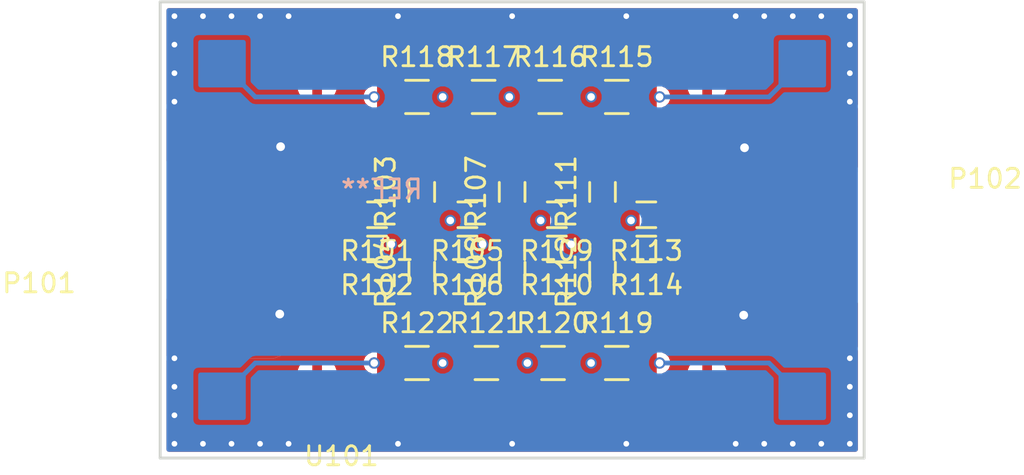
<source format=kicad_pcb>
(kicad_pcb (version 4) (host pcbnew 4.0.1-3.201512221402+6198~38~ubuntu14.04.1-stable)

  (general
    (links 0)
    (no_connects 3)
    (area 18.931429 78.55 73.068572 106.025)
    (thickness 1.6)
    (drawings 20)
    (tracks 52)
    (zones 0)
    (modules 64)
    (nets 17)
  )

  (page A4)
  (layers
    (0 F.Cu signal)
    (31 B.Cu signal)
    (32 B.Adhes user hide)
    (33 F.Adhes user hide)
    (34 B.Paste user hide)
    (35 F.Paste user hide)
    (36 B.SilkS user)
    (37 F.SilkS user)
    (38 B.Mask user)
    (39 F.Mask user)
    (40 Dwgs.User user)
    (41 Cmts.User user)
    (42 Eco1.User user)
    (43 Eco2.User user)
    (44 Edge.Cuts user)
    (45 Margin user)
    (46 B.CrtYd user)
    (47 F.CrtYd user)
    (48 B.Fab user hide)
    (49 F.Fab user)
  )

  (setup
    (last_trace_width 0.25)
    (trace_clearance 0.2)
    (zone_clearance 0.254)
    (zone_45_only yes)
    (trace_min 0.2)
    (segment_width 0.2)
    (edge_width 0.15)
    (via_size 0.6)
    (via_drill 0.4)
    (via_min_size 0.4)
    (via_min_drill 0.3)
    (uvia_size 0.3)
    (uvia_drill 0.1)
    (uvias_allowed no)
    (uvia_min_size 0.2)
    (uvia_min_drill 0.1)
    (pcb_text_width 0.3)
    (pcb_text_size 1.5 1.5)
    (mod_edge_width 0.15)
    (mod_text_size 1 1)
    (mod_text_width 0.15)
    (pad_size 0.6 0.6)
    (pad_drill 0.3)
    (pad_to_mask_clearance 0.2)
    (aux_axis_origin 0 0)
    (visible_elements FFFFFF7F)
    (pcbplotparams
      (layerselection 0x00080_00000000)
      (usegerberextensions false)
      (excludeedgelayer true)
      (linewidth 0.100000)
      (plotframeref false)
      (viasonmask false)
      (mode 1)
      (useauxorigin false)
      (hpglpennumber 1)
      (hpglpenspeed 20)
      (hpglpendiameter 15)
      (hpglpenoverlay 2)
      (psnegative false)
      (psa4output false)
      (plotreference true)
      (plotvalue true)
      (plotinvisibletext false)
      (padsonsilk false)
      (subtractmaskfromsilk false)
      (outputformat 1)
      (mirror false)
      (drillshape 0)
      (scaleselection 1)
      (outputdirectory gerber/))
  )

  (net 0 "")
  (net 1 "Net-(P101-Pad1)")
  (net 2 GND)
  (net 3 "Net-(P102-Pad1)")
  (net 4 "Net-(R101-Pad1)")
  (net 5 "Net-(R105-Pad1)")
  (net 6 "Net-(R109-Pad1)")
  (net 7 "Net-(R115-Pad1)")
  (net 8 "Net-(R115-Pad2)")
  (net 9 "Net-(R116-Pad1)")
  (net 10 "Net-(R117-Pad1)")
  (net 11 "Net-(R118-Pad1)")
  (net 12 "Net-(R119-Pad1)")
  (net 13 "Net-(R119-Pad2)")
  (net 14 "Net-(R120-Pad1)")
  (net 15 "Net-(R121-Pad1)")
  (net 16 "Net-(R122-Pad1)")

  (net_class Default "This is the default net class."
    (clearance 0.2)
    (trace_width 0.25)
    (via_dia 0.6)
    (via_drill 0.4)
    (uvia_dia 0.3)
    (uvia_drill 0.1)
    (add_net GND)
    (add_net "Net-(P101-Pad1)")
    (add_net "Net-(P102-Pad1)")
    (add_net "Net-(R101-Pad1)")
    (add_net "Net-(R105-Pad1)")
    (add_net "Net-(R109-Pad1)")
    (add_net "Net-(R115-Pad1)")
    (add_net "Net-(R115-Pad2)")
    (add_net "Net-(R116-Pad1)")
    (add_net "Net-(R117-Pad1)")
    (add_net "Net-(R118-Pad1)")
    (add_net "Net-(R119-Pad1)")
    (add_net "Net-(R119-Pad2)")
    (add_net "Net-(R120-Pad1)")
    (add_net "Net-(R121-Pad1)")
    (add_net "Net-(R122-Pad1)")
  )

  (module Sockets_BNC:StichVIA (layer F.Cu) (tedit 56B07A33) (tstamp 56B07BC4)
    (at 63.75 98.75)
    (fp_text reference REF** (at 0.05 1.8) (layer F.SilkS) hide
      (effects (font (size 1 1) (thickness 0.15)))
    )
    (fp_text value StichVIA (at 0 -1.075) (layer F.Fab) hide
      (effects (font (size 1 1) (thickness 0.15)))
    )
    (pad 1 thru_hole circle (at 0 0) (size 0.6 0.6) (drill 0.3) (layers *.Cu)
      (net 2 GND) (zone_connect 2))
  )

  (module Sockets_BNC:StichVIA (layer F.Cu) (tedit 56B07A33) (tstamp 56B07BC0)
    (at 63.75 100.25)
    (fp_text reference REF** (at 0.05 1.8) (layer F.SilkS) hide
      (effects (font (size 1 1) (thickness 0.15)))
    )
    (fp_text value StichVIA (at 0 -1.075) (layer F.Fab) hide
      (effects (font (size 1 1) (thickness 0.15)))
    )
    (pad 1 thru_hole circle (at 0 0) (size 0.6 0.6) (drill 0.3) (layers *.Cu)
      (net 2 GND) (zone_connect 2))
  )

  (module Sockets_BNC:StichVIA (layer F.Cu) (tedit 56B07A33) (tstamp 56B07BBC)
    (at 63.75 101.75)
    (fp_text reference REF** (at 0.05 1.8) (layer F.SilkS) hide
      (effects (font (size 1 1) (thickness 0.15)))
    )
    (fp_text value StichVIA (at 0 -1.075) (layer F.Fab) hide
      (effects (font (size 1 1) (thickness 0.15)))
    )
    (pad 1 thru_hole circle (at 0 0) (size 0.6 0.6) (drill 0.3) (layers *.Cu)
      (net 2 GND) (zone_connect 2))
  )

  (module Sockets_BNC:StichVIA (layer F.Cu) (tedit 56B07A33) (tstamp 56B07BB8)
    (at 63.75 103.25)
    (fp_text reference REF** (at 0.05 1.8) (layer F.SilkS) hide
      (effects (font (size 1 1) (thickness 0.15)))
    )
    (fp_text value StichVIA (at 0 -1.075) (layer F.Fab) hide
      (effects (font (size 1 1) (thickness 0.15)))
    )
    (pad 1 thru_hole circle (at 0 0) (size 0.6 0.6) (drill 0.3) (layers *.Cu)
      (net 2 GND) (zone_connect 2))
  )

  (module Sockets_BNC:StichVIA (layer F.Cu) (tedit 56B07A33) (tstamp 56B07BB4)
    (at 62.25 103.25)
    (fp_text reference REF** (at 0.05 1.8) (layer F.SilkS) hide
      (effects (font (size 1 1) (thickness 0.15)))
    )
    (fp_text value StichVIA (at 0 -1.075) (layer F.Fab) hide
      (effects (font (size 1 1) (thickness 0.15)))
    )
    (pad 1 thru_hole circle (at 0 0) (size 0.6 0.6) (drill 0.3) (layers *.Cu)
      (net 2 GND) (zone_connect 2))
  )

  (module Sockets_BNC:StichVIA (layer F.Cu) (tedit 56B07A33) (tstamp 56B07BB0)
    (at 60.75 103.25)
    (fp_text reference REF** (at 0.05 1.8) (layer F.SilkS) hide
      (effects (font (size 1 1) (thickness 0.15)))
    )
    (fp_text value StichVIA (at 0 -1.075) (layer F.Fab) hide
      (effects (font (size 1 1) (thickness 0.15)))
    )
    (pad 1 thru_hole circle (at 0 0) (size 0.6 0.6) (drill 0.3) (layers *.Cu)
      (net 2 GND) (zone_connect 2))
  )

  (module Sockets_BNC:StichVIA (layer F.Cu) (tedit 56B07A33) (tstamp 56B07BAC)
    (at 59.25 103.25)
    (fp_text reference REF** (at 0.05 1.8) (layer F.SilkS) hide
      (effects (font (size 1 1) (thickness 0.15)))
    )
    (fp_text value StichVIA (at 0 -1.075) (layer F.Fab) hide
      (effects (font (size 1 1) (thickness 0.15)))
    )
    (pad 1 thru_hole circle (at 0 0) (size 0.6 0.6) (drill 0.3) (layers *.Cu)
      (net 2 GND) (zone_connect 2))
  )

  (module Sockets_BNC:StichVIA (layer F.Cu) (tedit 56B07A33) (tstamp 56B07BA8)
    (at 57.75 103.25)
    (fp_text reference REF** (at 0.05 1.8) (layer F.SilkS) hide
      (effects (font (size 1 1) (thickness 0.15)))
    )
    (fp_text value StichVIA (at 0 -1.075) (layer F.Fab) hide
      (effects (font (size 1 1) (thickness 0.15)))
    )
    (pad 1 thru_hole circle (at 0 0) (size 0.6 0.6) (drill 0.3) (layers *.Cu)
      (net 2 GND) (zone_connect 2))
  )

  (module Sockets_BNC:StichVIA (layer F.Cu) (tedit 56B07A33) (tstamp 56B07BA4)
    (at 52 103.25)
    (fp_text reference REF** (at 0.05 1.8) (layer F.SilkS) hide
      (effects (font (size 1 1) (thickness 0.15)))
    )
    (fp_text value StichVIA (at 0 -1.075) (layer F.Fab) hide
      (effects (font (size 1 1) (thickness 0.15)))
    )
    (pad 1 thru_hole circle (at 0 0) (size 0.6 0.6) (drill 0.3) (layers *.Cu)
      (net 2 GND) (zone_connect 2))
  )

  (module Sockets_BNC:StichVIA (layer F.Cu) (tedit 56B07A33) (tstamp 56B07BA0)
    (at 46 103.25)
    (fp_text reference REF** (at 0.05 1.8) (layer F.SilkS) hide
      (effects (font (size 1 1) (thickness 0.15)))
    )
    (fp_text value StichVIA (at 0 -1.075) (layer F.Fab) hide
      (effects (font (size 1 1) (thickness 0.15)))
    )
    (pad 1 thru_hole circle (at 0 0) (size 0.6 0.6) (drill 0.3) (layers *.Cu)
      (net 2 GND) (zone_connect 2))
  )

  (module Sockets_BNC:StichVIA (layer F.Cu) (tedit 56B07A33) (tstamp 56B07B9C)
    (at 40 103.25)
    (fp_text reference REF** (at 0.05 1.8) (layer F.SilkS) hide
      (effects (font (size 1 1) (thickness 0.15)))
    )
    (fp_text value StichVIA (at 0 -1.075) (layer F.Fab) hide
      (effects (font (size 1 1) (thickness 0.15)))
    )
    (pad 1 thru_hole circle (at 0 0) (size 0.6 0.6) (drill 0.3) (layers *.Cu)
      (net 2 GND) (zone_connect 2))
  )

  (module Sockets_BNC:StichVIA (layer F.Cu) (tedit 56B07A33) (tstamp 56B07B98)
    (at 34.25 103.25)
    (fp_text reference REF** (at 0.05 1.8) (layer F.SilkS) hide
      (effects (font (size 1 1) (thickness 0.15)))
    )
    (fp_text value StichVIA (at 0 -1.075) (layer F.Fab) hide
      (effects (font (size 1 1) (thickness 0.15)))
    )
    (pad 1 thru_hole circle (at 0 0) (size 0.6 0.6) (drill 0.3) (layers *.Cu)
      (net 2 GND) (zone_connect 2))
  )

  (module Sockets_BNC:StichVIA (layer F.Cu) (tedit 56B07A33) (tstamp 56B07B94)
    (at 32.75 103.25)
    (fp_text reference REF** (at 0.05 1.8) (layer F.SilkS) hide
      (effects (font (size 1 1) (thickness 0.15)))
    )
    (fp_text value StichVIA (at 0 -1.075) (layer F.Fab) hide
      (effects (font (size 1 1) (thickness 0.15)))
    )
    (pad 1 thru_hole circle (at 0 0) (size 0.6 0.6) (drill 0.3) (layers *.Cu)
      (net 2 GND) (zone_connect 2))
  )

  (module Sockets_BNC:StichVIA (layer F.Cu) (tedit 56B07A33) (tstamp 56B07B90)
    (at 31.25 103.25)
    (fp_text reference REF** (at 0.05 1.8) (layer F.SilkS) hide
      (effects (font (size 1 1) (thickness 0.15)))
    )
    (fp_text value StichVIA (at 0 -1.075) (layer F.Fab) hide
      (effects (font (size 1 1) (thickness 0.15)))
    )
    (pad 1 thru_hole circle (at 0 0) (size 0.6 0.6) (drill 0.3) (layers *.Cu)
      (net 2 GND) (zone_connect 2))
  )

  (module Sockets_BNC:StichVIA (layer F.Cu) (tedit 56B07A33) (tstamp 56B07B8C)
    (at 29.75 103.25)
    (fp_text reference REF** (at 0.05 1.8) (layer F.SilkS) hide
      (effects (font (size 1 1) (thickness 0.15)))
    )
    (fp_text value StichVIA (at 0 -1.075) (layer F.Fab) hide
      (effects (font (size 1 1) (thickness 0.15)))
    )
    (pad 1 thru_hole circle (at 0 0) (size 0.6 0.6) (drill 0.3) (layers *.Cu)
      (net 2 GND) (zone_connect 2))
  )

  (module Sockets_BNC:StichVIA (layer F.Cu) (tedit 56B07A33) (tstamp 56B07B88)
    (at 28.25 103.25)
    (fp_text reference REF** (at 0.05 1.8) (layer F.SilkS) hide
      (effects (font (size 1 1) (thickness 0.15)))
    )
    (fp_text value StichVIA (at 0 -1.075) (layer F.Fab) hide
      (effects (font (size 1 1) (thickness 0.15)))
    )
    (pad 1 thru_hole circle (at 0 0) (size 0.6 0.6) (drill 0.3) (layers *.Cu)
      (net 2 GND) (zone_connect 2))
  )

  (module Sockets_BNC:StichVIA (layer F.Cu) (tedit 56B07A33) (tstamp 56B07B84)
    (at 28.25 101.75)
    (fp_text reference REF** (at 0.05 1.8) (layer F.SilkS) hide
      (effects (font (size 1 1) (thickness 0.15)))
    )
    (fp_text value StichVIA (at 0 -1.075) (layer F.Fab) hide
      (effects (font (size 1 1) (thickness 0.15)))
    )
    (pad 1 thru_hole circle (at 0 0) (size 0.6 0.6) (drill 0.3) (layers *.Cu)
      (net 2 GND) (zone_connect 2))
  )

  (module Sockets_BNC:StichVIA (layer F.Cu) (tedit 56B07A33) (tstamp 56B07B80)
    (at 28.25 100.25)
    (fp_text reference REF** (at 0.05 1.8) (layer F.SilkS) hide
      (effects (font (size 1 1) (thickness 0.15)))
    )
    (fp_text value StichVIA (at 0 -1.075) (layer F.Fab) hide
      (effects (font (size 1 1) (thickness 0.15)))
    )
    (pad 1 thru_hole circle (at 0 0) (size 0.6 0.6) (drill 0.3) (layers *.Cu)
      (net 2 GND) (zone_connect 2))
  )

  (module Sockets_BNC:StichVIA (layer F.Cu) (tedit 56B07A33) (tstamp 56B07B7C)
    (at 28.25 98.75)
    (fp_text reference REF** (at 0.05 1.8) (layer F.SilkS) hide
      (effects (font (size 1 1) (thickness 0.15)))
    )
    (fp_text value StichVIA (at 0 -1.075) (layer F.Fab) hide
      (effects (font (size 1 1) (thickness 0.15)))
    )
    (pad 1 thru_hole circle (at 0 0) (size 0.6 0.6) (drill 0.3) (layers *.Cu)
      (net 2 GND) (zone_connect 2))
  )

  (module Sockets_BNC:StichVIA (layer F.Cu) (tedit 56B07A33) (tstamp 56B07B62)
    (at 63.75 85.25)
    (fp_text reference REF** (at 0.05 1.8) (layer F.SilkS) hide
      (effects (font (size 1 1) (thickness 0.15)))
    )
    (fp_text value StichVIA (at 0 -1.075) (layer F.Fab) hide
      (effects (font (size 1 1) (thickness 0.15)))
    )
    (pad 1 thru_hole circle (at 0 0) (size 0.6 0.6) (drill 0.3) (layers *.Cu)
      (net 2 GND) (zone_connect 2))
  )

  (module Sockets_BNC:StichVIA (layer F.Cu) (tedit 56B07A33) (tstamp 56B07B5E)
    (at 63.75 83.75)
    (fp_text reference REF** (at 0.05 1.8) (layer F.SilkS) hide
      (effects (font (size 1 1) (thickness 0.15)))
    )
    (fp_text value StichVIA (at 0 -1.075) (layer F.Fab) hide
      (effects (font (size 1 1) (thickness 0.15)))
    )
    (pad 1 thru_hole circle (at 0 0) (size 0.6 0.6) (drill 0.3) (layers *.Cu)
      (net 2 GND) (zone_connect 2))
  )

  (module Sockets_BNC:StichVIA (layer F.Cu) (tedit 56B07A33) (tstamp 56B07B5A)
    (at 63.75 82.25)
    (fp_text reference REF** (at 0.05 1.8) (layer F.SilkS) hide
      (effects (font (size 1 1) (thickness 0.15)))
    )
    (fp_text value StichVIA (at 0 -1.075) (layer F.Fab) hide
      (effects (font (size 1 1) (thickness 0.15)))
    )
    (pad 1 thru_hole circle (at 0 0) (size 0.6 0.6) (drill 0.3) (layers *.Cu)
      (net 2 GND) (zone_connect 2))
  )

  (module Sockets_BNC:StichVIA (layer F.Cu) (tedit 56B07A33) (tstamp 56B07B56)
    (at 63.75 80.75)
    (fp_text reference REF** (at 0.05 1.8) (layer F.SilkS) hide
      (effects (font (size 1 1) (thickness 0.15)))
    )
    (fp_text value StichVIA (at 0 -1.075) (layer F.Fab) hide
      (effects (font (size 1 1) (thickness 0.15)))
    )
    (pad 1 thru_hole circle (at 0 0) (size 0.6 0.6) (drill 0.3) (layers *.Cu)
      (net 2 GND) (zone_connect 2))
  )

  (module Sockets_BNC:StichVIA (layer F.Cu) (tedit 56B07A33) (tstamp 56B07B4C)
    (at 62.25 80.75)
    (fp_text reference REF** (at 0.05 1.8) (layer F.SilkS) hide
      (effects (font (size 1 1) (thickness 0.15)))
    )
    (fp_text value StichVIA (at 0 -1.075) (layer F.Fab) hide
      (effects (font (size 1 1) (thickness 0.15)))
    )
    (pad 1 thru_hole circle (at 0 0) (size 0.6 0.6) (drill 0.3) (layers *.Cu)
      (net 2 GND) (zone_connect 2))
  )

  (module Sockets_BNC:StichVIA (layer F.Cu) (tedit 56B07A33) (tstamp 56B07B48)
    (at 60.75 80.75)
    (fp_text reference REF** (at 0.05 1.8) (layer F.SilkS) hide
      (effects (font (size 1 1) (thickness 0.15)))
    )
    (fp_text value StichVIA (at 0 -1.075) (layer F.Fab) hide
      (effects (font (size 1 1) (thickness 0.15)))
    )
    (pad 1 thru_hole circle (at 0 0) (size 0.6 0.6) (drill 0.3) (layers *.Cu)
      (net 2 GND) (zone_connect 2))
  )

  (module Sockets_BNC:StichVIA (layer F.Cu) (tedit 56B07A33) (tstamp 56B07B44)
    (at 59.25 80.75)
    (fp_text reference REF** (at 0.05 1.8) (layer F.SilkS) hide
      (effects (font (size 1 1) (thickness 0.15)))
    )
    (fp_text value StichVIA (at 0 -1.075) (layer F.Fab) hide
      (effects (font (size 1 1) (thickness 0.15)))
    )
    (pad 1 thru_hole circle (at 0 0) (size 0.6 0.6) (drill 0.3) (layers *.Cu)
      (net 2 GND) (zone_connect 2))
  )

  (module Sockets_BNC:StichVIA (layer F.Cu) (tedit 56B07A33) (tstamp 56B07B40)
    (at 57.75 80.75)
    (fp_text reference REF** (at 0.05 1.8) (layer F.SilkS) hide
      (effects (font (size 1 1) (thickness 0.15)))
    )
    (fp_text value StichVIA (at 0 -1.075) (layer F.Fab) hide
      (effects (font (size 1 1) (thickness 0.15)))
    )
    (pad 1 thru_hole circle (at 0 0) (size 0.6 0.6) (drill 0.3) (layers *.Cu)
      (net 2 GND) (zone_connect 2))
  )

  (module Sockets_BNC:StichVIA (layer F.Cu) (tedit 56B07A33) (tstamp 56B07B3C)
    (at 52 80.75)
    (fp_text reference REF** (at 0.05 1.8) (layer F.SilkS) hide
      (effects (font (size 1 1) (thickness 0.15)))
    )
    (fp_text value StichVIA (at 0 -1.075) (layer F.Fab) hide
      (effects (font (size 1 1) (thickness 0.15)))
    )
    (pad 1 thru_hole circle (at 0 0) (size 0.6 0.6) (drill 0.3) (layers *.Cu)
      (net 2 GND) (zone_connect 2))
  )

  (module Sockets_BNC:StichVIA (layer F.Cu) (tedit 56B07A33) (tstamp 56B07B38)
    (at 46 80.75)
    (fp_text reference REF** (at 0.05 1.8) (layer F.SilkS) hide
      (effects (font (size 1 1) (thickness 0.15)))
    )
    (fp_text value StichVIA (at 0 -1.075) (layer F.Fab) hide
      (effects (font (size 1 1) (thickness 0.15)))
    )
    (pad 1 thru_hole circle (at 0 0) (size 0.6 0.6) (drill 0.3) (layers *.Cu)
      (net 2 GND) (zone_connect 2))
  )

  (module Sockets_BNC:StichVIA (layer F.Cu) (tedit 56B07A33) (tstamp 56B07B34)
    (at 40 80.75)
    (fp_text reference REF** (at 0.05 1.8) (layer F.SilkS) hide
      (effects (font (size 1 1) (thickness 0.15)))
    )
    (fp_text value StichVIA (at 0 -1.075) (layer F.Fab) hide
      (effects (font (size 1 1) (thickness 0.15)))
    )
    (pad 1 thru_hole circle (at 0 0) (size 0.6 0.6) (drill 0.3) (layers *.Cu)
      (net 2 GND) (zone_connect 2))
  )

  (module Sockets_BNC:StichVIA (layer F.Cu) (tedit 56B07A33) (tstamp 56B07B1B)
    (at 34.25 80.75)
    (fp_text reference REF** (at 0.05 1.8) (layer F.SilkS) hide
      (effects (font (size 1 1) (thickness 0.15)))
    )
    (fp_text value StichVIA (at 0 -1.075) (layer F.Fab) hide
      (effects (font (size 1 1) (thickness 0.15)))
    )
    (pad 1 thru_hole circle (at 0 0) (size 0.6 0.6) (drill 0.3) (layers *.Cu)
      (net 2 GND) (zone_connect 2))
  )

  (module Sockets_BNC:StichVIA (layer F.Cu) (tedit 56B07A33) (tstamp 56B07B17)
    (at 32.75 80.75)
    (fp_text reference REF** (at 0.05 1.8) (layer F.SilkS) hide
      (effects (font (size 1 1) (thickness 0.15)))
    )
    (fp_text value StichVIA (at 0 -1.075) (layer F.Fab) hide
      (effects (font (size 1 1) (thickness 0.15)))
    )
    (pad 1 thru_hole circle (at 0 0) (size 0.6 0.6) (drill 0.3) (layers *.Cu)
      (net 2 GND) (zone_connect 2))
  )

  (module Sockets_BNC:StichVIA (layer F.Cu) (tedit 56B07A33) (tstamp 56B07B13)
    (at 31.25 80.75)
    (fp_text reference REF** (at 0.05 1.8) (layer F.SilkS) hide
      (effects (font (size 1 1) (thickness 0.15)))
    )
    (fp_text value StichVIA (at 0 -1.075) (layer F.Fab) hide
      (effects (font (size 1 1) (thickness 0.15)))
    )
    (pad 1 thru_hole circle (at 0 0) (size 0.6 0.6) (drill 0.3) (layers *.Cu)
      (net 2 GND) (zone_connect 2))
  )

  (module Sockets_BNC:StichVIA (layer F.Cu) (tedit 56B07A33) (tstamp 56B07B0F)
    (at 29.75 80.75)
    (fp_text reference REF** (at 0.05 1.8) (layer F.SilkS) hide
      (effects (font (size 1 1) (thickness 0.15)))
    )
    (fp_text value StichVIA (at 0 -1.075) (layer F.Fab) hide
      (effects (font (size 1 1) (thickness 0.15)))
    )
    (pad 1 thru_hole circle (at 0 0) (size 0.6 0.6) (drill 0.3) (layers *.Cu)
      (net 2 GND) (zone_connect 2))
  )

  (module Sockets_BNC:StichVIA (layer F.Cu) (tedit 56B07A33) (tstamp 56B07B0B)
    (at 28.25 85.25)
    (fp_text reference REF** (at 0.05 1.8) (layer F.SilkS) hide
      (effects (font (size 1 1) (thickness 0.15)))
    )
    (fp_text value StichVIA (at 0 -1.075) (layer F.Fab) hide
      (effects (font (size 1 1) (thickness 0.15)))
    )
    (pad 1 thru_hole circle (at 0 0) (size 0.6 0.6) (drill 0.3) (layers *.Cu)
      (net 2 GND) (zone_connect 2))
  )

  (module Sockets_BNC:StichVIA (layer F.Cu) (tedit 56B07A33) (tstamp 56B07B07)
    (at 28.25 83.75)
    (fp_text reference REF** (at 0.05 1.8) (layer F.SilkS) hide
      (effects (font (size 1 1) (thickness 0.15)))
    )
    (fp_text value StichVIA (at 0 -1.075) (layer F.Fab) hide
      (effects (font (size 1 1) (thickness 0.15)))
    )
    (pad 1 thru_hole circle (at 0 0) (size 0.6 0.6) (drill 0.3) (layers *.Cu)
      (net 2 GND) (zone_connect 2))
  )

  (module Sockets_BNC:StichVIA (layer F.Cu) (tedit 56B07A33) (tstamp 56B07B03)
    (at 28.25 82.25)
    (fp_text reference REF** (at 0.05 1.8) (layer F.SilkS) hide
      (effects (font (size 1 1) (thickness 0.15)))
    )
    (fp_text value StichVIA (at 0 -1.075) (layer F.Fab) hide
      (effects (font (size 1 1) (thickness 0.15)))
    )
    (pad 1 thru_hole circle (at 0 0) (size 0.6 0.6) (drill 0.3) (layers *.Cu)
      (net 2 GND) (zone_connect 2))
  )

  (module Resistors_SMD:R_0603_HandSoldering (layer F.Cu) (tedit 5418A00F) (tstamp 56B090EC)
    (at 38.9 91.2 180)
    (descr "Resistor SMD 0603, hand soldering")
    (tags "resistor 0603")
    (path /56AFD802)
    (attr smd)
    (fp_text reference R101 (at 0 -1.9 180) (layer F.SilkS)
      (effects (font (size 1 1) (thickness 0.15)))
    )
    (fp_text value R (at 0 1.9 180) (layer F.Fab)
      (effects (font (size 1 1) (thickness 0.15)))
    )
    (fp_line (start -2 -0.8) (end 2 -0.8) (layer F.CrtYd) (width 0.05))
    (fp_line (start -2 0.8) (end 2 0.8) (layer F.CrtYd) (width 0.05))
    (fp_line (start -2 -0.8) (end -2 0.8) (layer F.CrtYd) (width 0.05))
    (fp_line (start 2 -0.8) (end 2 0.8) (layer F.CrtYd) (width 0.05))
    (fp_line (start 0.5 0.675) (end -0.5 0.675) (layer F.SilkS) (width 0.15))
    (fp_line (start -0.5 -0.675) (end 0.5 -0.675) (layer F.SilkS) (width 0.15))
    (pad 1 smd rect (at -1.1 0 180) (size 1.2 0.9) (layers F.Cu F.Paste F.Mask)
      (net 4 "Net-(R101-Pad1)"))
    (pad 2 smd rect (at 1.1 0 180) (size 1.2 0.9) (layers F.Cu F.Paste F.Mask)
      (net 1 "Net-(P101-Pad1)"))
    (model Resistors_SMD.3dshapes/R_0603_HandSoldering.wrl
      (at (xyz 0 0 0))
      (scale (xyz 1 1 1))
      (rotate (xyz 0 0 0))
    )
  )

  (module Resistors_SMD:R_0603_HandSoldering (layer F.Cu) (tedit 5418A00F) (tstamp 56B090F8)
    (at 38.9 93 180)
    (descr "Resistor SMD 0603, hand soldering")
    (tags "resistor 0603")
    (path /56AFDAC8)
    (attr smd)
    (fp_text reference R102 (at 0 -1.9 180) (layer F.SilkS)
      (effects (font (size 1 1) (thickness 0.15)))
    )
    (fp_text value R (at 0 1.9 180) (layer F.Fab)
      (effects (font (size 1 1) (thickness 0.15)))
    )
    (fp_line (start -2 -0.8) (end 2 -0.8) (layer F.CrtYd) (width 0.05))
    (fp_line (start -2 0.8) (end 2 0.8) (layer F.CrtYd) (width 0.05))
    (fp_line (start -2 -0.8) (end -2 0.8) (layer F.CrtYd) (width 0.05))
    (fp_line (start 2 -0.8) (end 2 0.8) (layer F.CrtYd) (width 0.05))
    (fp_line (start 0.5 0.675) (end -0.5 0.675) (layer F.SilkS) (width 0.15))
    (fp_line (start -0.5 -0.675) (end 0.5 -0.675) (layer F.SilkS) (width 0.15))
    (pad 1 smd rect (at -1.1 0 180) (size 1.2 0.9) (layers F.Cu F.Paste F.Mask)
      (net 4 "Net-(R101-Pad1)"))
    (pad 2 smd rect (at 1.1 0 180) (size 1.2 0.9) (layers F.Cu F.Paste F.Mask)
      (net 1 "Net-(P101-Pad1)"))
    (model Resistors_SMD.3dshapes/R_0603_HandSoldering.wrl
      (at (xyz 0 0 0))
      (scale (xyz 1 1 1))
      (rotate (xyz 0 0 0))
    )
  )

  (module Resistors_SMD:R_0603_HandSoldering (layer F.Cu) (tedit 5418A00F) (tstamp 56B09104)
    (at 41.25 90 90)
    (descr "Resistor SMD 0603, hand soldering")
    (tags "resistor 0603")
    (path /56AFDAEE)
    (attr smd)
    (fp_text reference R103 (at 0 -1.9 90) (layer F.SilkS)
      (effects (font (size 1 1) (thickness 0.15)))
    )
    (fp_text value R (at 0 1.9 90) (layer F.Fab)
      (effects (font (size 1 1) (thickness 0.15)))
    )
    (fp_line (start -2 -0.8) (end 2 -0.8) (layer F.CrtYd) (width 0.05))
    (fp_line (start -2 0.8) (end 2 0.8) (layer F.CrtYd) (width 0.05))
    (fp_line (start -2 -0.8) (end -2 0.8) (layer F.CrtYd) (width 0.05))
    (fp_line (start 2 -0.8) (end 2 0.8) (layer F.CrtYd) (width 0.05))
    (fp_line (start 0.5 0.675) (end -0.5 0.675) (layer F.SilkS) (width 0.15))
    (fp_line (start -0.5 -0.675) (end 0.5 -0.675) (layer F.SilkS) (width 0.15))
    (pad 1 smd rect (at -1.1 0 90) (size 1.2 0.9) (layers F.Cu F.Paste F.Mask)
      (net 4 "Net-(R101-Pad1)"))
    (pad 2 smd rect (at 1.1 0 90) (size 1.2 0.9) (layers F.Cu F.Paste F.Mask)
      (net 2 GND))
    (model Resistors_SMD.3dshapes/R_0603_HandSoldering.wrl
      (at (xyz 0 0 0))
      (scale (xyz 1 1 1))
      (rotate (xyz 0 0 0))
    )
  )

  (module Resistors_SMD:R_0603_HandSoldering (layer F.Cu) (tedit 5418A00F) (tstamp 56B09110)
    (at 41.25 94.2 90)
    (descr "Resistor SMD 0603, hand soldering")
    (tags "resistor 0603")
    (path /56AFDB32)
    (attr smd)
    (fp_text reference R104 (at 0 -1.9 90) (layer F.SilkS)
      (effects (font (size 1 1) (thickness 0.15)))
    )
    (fp_text value R (at 0 1.9 90) (layer F.Fab)
      (effects (font (size 1 1) (thickness 0.15)))
    )
    (fp_line (start -2 -0.8) (end 2 -0.8) (layer F.CrtYd) (width 0.05))
    (fp_line (start -2 0.8) (end 2 0.8) (layer F.CrtYd) (width 0.05))
    (fp_line (start -2 -0.8) (end -2 0.8) (layer F.CrtYd) (width 0.05))
    (fp_line (start 2 -0.8) (end 2 0.8) (layer F.CrtYd) (width 0.05))
    (fp_line (start 0.5 0.675) (end -0.5 0.675) (layer F.SilkS) (width 0.15))
    (fp_line (start -0.5 -0.675) (end 0.5 -0.675) (layer F.SilkS) (width 0.15))
    (pad 1 smd rect (at -1.1 0 90) (size 1.2 0.9) (layers F.Cu F.Paste F.Mask)
      (net 2 GND))
    (pad 2 smd rect (at 1.1 0 90) (size 1.2 0.9) (layers F.Cu F.Paste F.Mask)
      (net 4 "Net-(R101-Pad1)"))
    (model Resistors_SMD.3dshapes/R_0603_HandSoldering.wrl
      (at (xyz 0 0 0))
      (scale (xyz 1 1 1))
      (rotate (xyz 0 0 0))
    )
  )

  (module Resistors_SMD:R_0603_HandSoldering (layer F.Cu) (tedit 5418A00F) (tstamp 56B0911C)
    (at 43.65 91.2 180)
    (descr "Resistor SMD 0603, hand soldering")
    (tags "resistor 0603")
    (path /56AFDB66)
    (attr smd)
    (fp_text reference R105 (at 0 -1.9 180) (layer F.SilkS)
      (effects (font (size 1 1) (thickness 0.15)))
    )
    (fp_text value R (at 0 1.9 180) (layer F.Fab)
      (effects (font (size 1 1) (thickness 0.15)))
    )
    (fp_line (start -2 -0.8) (end 2 -0.8) (layer F.CrtYd) (width 0.05))
    (fp_line (start -2 0.8) (end 2 0.8) (layer F.CrtYd) (width 0.05))
    (fp_line (start -2 -0.8) (end -2 0.8) (layer F.CrtYd) (width 0.05))
    (fp_line (start 2 -0.8) (end 2 0.8) (layer F.CrtYd) (width 0.05))
    (fp_line (start 0.5 0.675) (end -0.5 0.675) (layer F.SilkS) (width 0.15))
    (fp_line (start -0.5 -0.675) (end 0.5 -0.675) (layer F.SilkS) (width 0.15))
    (pad 1 smd rect (at -1.1 0 180) (size 1.2 0.9) (layers F.Cu F.Paste F.Mask)
      (net 5 "Net-(R105-Pad1)"))
    (pad 2 smd rect (at 1.1 0 180) (size 1.2 0.9) (layers F.Cu F.Paste F.Mask)
      (net 4 "Net-(R101-Pad1)"))
    (model Resistors_SMD.3dshapes/R_0603_HandSoldering.wrl
      (at (xyz 0 0 0))
      (scale (xyz 1 1 1))
      (rotate (xyz 0 0 0))
    )
  )

  (module Resistors_SMD:R_0603_HandSoldering (layer F.Cu) (tedit 5418A00F) (tstamp 56B09128)
    (at 43.65 93 180)
    (descr "Resistor SMD 0603, hand soldering")
    (tags "resistor 0603")
    (path /56AFDBA5)
    (attr smd)
    (fp_text reference R106 (at 0 -1.9 180) (layer F.SilkS)
      (effects (font (size 1 1) (thickness 0.15)))
    )
    (fp_text value R (at 0.25 1.9 180) (layer F.Fab)
      (effects (font (size 1 1) (thickness 0.15)))
    )
    (fp_line (start -2 -0.8) (end 2 -0.8) (layer F.CrtYd) (width 0.05))
    (fp_line (start -2 0.8) (end 2 0.8) (layer F.CrtYd) (width 0.05))
    (fp_line (start -2 -0.8) (end -2 0.8) (layer F.CrtYd) (width 0.05))
    (fp_line (start 2 -0.8) (end 2 0.8) (layer F.CrtYd) (width 0.05))
    (fp_line (start 0.5 0.675) (end -0.5 0.675) (layer F.SilkS) (width 0.15))
    (fp_line (start -0.5 -0.675) (end 0.5 -0.675) (layer F.SilkS) (width 0.15))
    (pad 1 smd rect (at -1.1 0 180) (size 1.2 0.9) (layers F.Cu F.Paste F.Mask)
      (net 5 "Net-(R105-Pad1)"))
    (pad 2 smd rect (at 1.1 0 180) (size 1.2 0.9) (layers F.Cu F.Paste F.Mask)
      (net 4 "Net-(R101-Pad1)"))
    (model Resistors_SMD.3dshapes/R_0603_HandSoldering.wrl
      (at (xyz 0 0 0))
      (scale (xyz 1 1 1))
      (rotate (xyz 0 0 0))
    )
  )

  (module Resistors_SMD:R_0603_HandSoldering (layer F.Cu) (tedit 5418A00F) (tstamp 56B09134)
    (at 46 90 90)
    (descr "Resistor SMD 0603, hand soldering")
    (tags "resistor 0603")
    (path /56AFDC0D)
    (attr smd)
    (fp_text reference R107 (at 0 -1.9 90) (layer F.SilkS)
      (effects (font (size 1 1) (thickness 0.15)))
    )
    (fp_text value R (at 0 1.9 90) (layer F.Fab)
      (effects (font (size 1 1) (thickness 0.15)))
    )
    (fp_line (start -2 -0.8) (end 2 -0.8) (layer F.CrtYd) (width 0.05))
    (fp_line (start -2 0.8) (end 2 0.8) (layer F.CrtYd) (width 0.05))
    (fp_line (start -2 -0.8) (end -2 0.8) (layer F.CrtYd) (width 0.05))
    (fp_line (start 2 -0.8) (end 2 0.8) (layer F.CrtYd) (width 0.05))
    (fp_line (start 0.5 0.675) (end -0.5 0.675) (layer F.SilkS) (width 0.15))
    (fp_line (start -0.5 -0.675) (end 0.5 -0.675) (layer F.SilkS) (width 0.15))
    (pad 1 smd rect (at -1.1 0 90) (size 1.2 0.9) (layers F.Cu F.Paste F.Mask)
      (net 5 "Net-(R105-Pad1)"))
    (pad 2 smd rect (at 1.1 0 90) (size 1.2 0.9) (layers F.Cu F.Paste F.Mask)
      (net 2 GND))
    (model Resistors_SMD.3dshapes/R_0603_HandSoldering.wrl
      (at (xyz 0 0 0))
      (scale (xyz 1 1 1))
      (rotate (xyz 0 0 0))
    )
  )

  (module Resistors_SMD:R_0603_HandSoldering (layer F.Cu) (tedit 5418A00F) (tstamp 56B09140)
    (at 46 94.2 90)
    (descr "Resistor SMD 0603, hand soldering")
    (tags "resistor 0603")
    (path /56AFDC6B)
    (attr smd)
    (fp_text reference R108 (at 0 -1.9 90) (layer F.SilkS)
      (effects (font (size 1 1) (thickness 0.15)))
    )
    (fp_text value R (at 0 1.9 90) (layer F.Fab)
      (effects (font (size 1 1) (thickness 0.15)))
    )
    (fp_line (start -2 -0.8) (end 2 -0.8) (layer F.CrtYd) (width 0.05))
    (fp_line (start -2 0.8) (end 2 0.8) (layer F.CrtYd) (width 0.05))
    (fp_line (start -2 -0.8) (end -2 0.8) (layer F.CrtYd) (width 0.05))
    (fp_line (start 2 -0.8) (end 2 0.8) (layer F.CrtYd) (width 0.05))
    (fp_line (start 0.5 0.675) (end -0.5 0.675) (layer F.SilkS) (width 0.15))
    (fp_line (start -0.5 -0.675) (end 0.5 -0.675) (layer F.SilkS) (width 0.15))
    (pad 1 smd rect (at -1.1 0 90) (size 1.2 0.9) (layers F.Cu F.Paste F.Mask)
      (net 2 GND))
    (pad 2 smd rect (at 1.1 0 90) (size 1.2 0.9) (layers F.Cu F.Paste F.Mask)
      (net 5 "Net-(R105-Pad1)"))
    (model Resistors_SMD.3dshapes/R_0603_HandSoldering.wrl
      (at (xyz 0 0 0))
      (scale (xyz 1 1 1))
      (rotate (xyz 0 0 0))
    )
  )

  (module Resistors_SMD:R_0603_HandSoldering (layer F.Cu) (tedit 5418A00F) (tstamp 56B0914C)
    (at 48.35 91.2 180)
    (descr "Resistor SMD 0603, hand soldering")
    (tags "resistor 0603")
    (path /56AFDCB9)
    (attr smd)
    (fp_text reference R109 (at 0 -1.9 180) (layer F.SilkS)
      (effects (font (size 1 1) (thickness 0.15)))
    )
    (fp_text value R (at 0 1.9 180) (layer F.Fab)
      (effects (font (size 1 1) (thickness 0.15)))
    )
    (fp_line (start -2 -0.8) (end 2 -0.8) (layer F.CrtYd) (width 0.05))
    (fp_line (start -2 0.8) (end 2 0.8) (layer F.CrtYd) (width 0.05))
    (fp_line (start -2 -0.8) (end -2 0.8) (layer F.CrtYd) (width 0.05))
    (fp_line (start 2 -0.8) (end 2 0.8) (layer F.CrtYd) (width 0.05))
    (fp_line (start 0.5 0.675) (end -0.5 0.675) (layer F.SilkS) (width 0.15))
    (fp_line (start -0.5 -0.675) (end 0.5 -0.675) (layer F.SilkS) (width 0.15))
    (pad 1 smd rect (at -1.1 0 180) (size 1.2 0.9) (layers F.Cu F.Paste F.Mask)
      (net 6 "Net-(R109-Pad1)"))
    (pad 2 smd rect (at 1.1 0 180) (size 1.2 0.9) (layers F.Cu F.Paste F.Mask)
      (net 5 "Net-(R105-Pad1)"))
    (model Resistors_SMD.3dshapes/R_0603_HandSoldering.wrl
      (at (xyz 0 0 0))
      (scale (xyz 1 1 1))
      (rotate (xyz 0 0 0))
    )
  )

  (module Resistors_SMD:R_0603_HandSoldering (layer F.Cu) (tedit 5418A00F) (tstamp 56B09158)
    (at 48.35 93 180)
    (descr "Resistor SMD 0603, hand soldering")
    (tags "resistor 0603")
    (path /56AFDD02)
    (attr smd)
    (fp_text reference R110 (at 0 -1.9 180) (layer F.SilkS)
      (effects (font (size 1 1) (thickness 0.15)))
    )
    (fp_text value R (at 0.25 1.9 180) (layer F.Fab)
      (effects (font (size 1 1) (thickness 0.15)))
    )
    (fp_line (start -2 -0.8) (end 2 -0.8) (layer F.CrtYd) (width 0.05))
    (fp_line (start -2 0.8) (end 2 0.8) (layer F.CrtYd) (width 0.05))
    (fp_line (start -2 -0.8) (end -2 0.8) (layer F.CrtYd) (width 0.05))
    (fp_line (start 2 -0.8) (end 2 0.8) (layer F.CrtYd) (width 0.05))
    (fp_line (start 0.5 0.675) (end -0.5 0.675) (layer F.SilkS) (width 0.15))
    (fp_line (start -0.5 -0.675) (end 0.5 -0.675) (layer F.SilkS) (width 0.15))
    (pad 1 smd rect (at -1.1 0 180) (size 1.2 0.9) (layers F.Cu F.Paste F.Mask)
      (net 6 "Net-(R109-Pad1)"))
    (pad 2 smd rect (at 1.1 0 180) (size 1.2 0.9) (layers F.Cu F.Paste F.Mask)
      (net 5 "Net-(R105-Pad1)"))
    (model Resistors_SMD.3dshapes/R_0603_HandSoldering.wrl
      (at (xyz 0 0 0))
      (scale (xyz 1 1 1))
      (rotate (xyz 0 0 0))
    )
  )

  (module Resistors_SMD:R_0603_HandSoldering (layer F.Cu) (tedit 5418A00F) (tstamp 56B09164)
    (at 50.75 90 90)
    (descr "Resistor SMD 0603, hand soldering")
    (tags "resistor 0603")
    (path /56AFDD40)
    (attr smd)
    (fp_text reference R111 (at 0 -1.9 90) (layer F.SilkS)
      (effects (font (size 1 1) (thickness 0.15)))
    )
    (fp_text value R (at 0 1.9 90) (layer F.Fab)
      (effects (font (size 1 1) (thickness 0.15)))
    )
    (fp_line (start -2 -0.8) (end 2 -0.8) (layer F.CrtYd) (width 0.05))
    (fp_line (start -2 0.8) (end 2 0.8) (layer F.CrtYd) (width 0.05))
    (fp_line (start -2 -0.8) (end -2 0.8) (layer F.CrtYd) (width 0.05))
    (fp_line (start 2 -0.8) (end 2 0.8) (layer F.CrtYd) (width 0.05))
    (fp_line (start 0.5 0.675) (end -0.5 0.675) (layer F.SilkS) (width 0.15))
    (fp_line (start -0.5 -0.675) (end 0.5 -0.675) (layer F.SilkS) (width 0.15))
    (pad 1 smd rect (at -1.1 0 90) (size 1.2 0.9) (layers F.Cu F.Paste F.Mask)
      (net 6 "Net-(R109-Pad1)"))
    (pad 2 smd rect (at 1.1 0 90) (size 1.2 0.9) (layers F.Cu F.Paste F.Mask)
      (net 2 GND))
    (model Resistors_SMD.3dshapes/R_0603_HandSoldering.wrl
      (at (xyz 0 0 0))
      (scale (xyz 1 1 1))
      (rotate (xyz 0 0 0))
    )
  )

  (module Resistors_SMD:R_0603_HandSoldering (layer F.Cu) (tedit 5418A00F) (tstamp 56B09170)
    (at 50.75 94.2 90)
    (descr "Resistor SMD 0603, hand soldering")
    (tags "resistor 0603")
    (path /56AFDD9C)
    (attr smd)
    (fp_text reference R112 (at 0 -1.9 90) (layer F.SilkS)
      (effects (font (size 1 1) (thickness 0.15)))
    )
    (fp_text value R (at 0 1.9 90) (layer F.Fab)
      (effects (font (size 1 1) (thickness 0.15)))
    )
    (fp_line (start -2 -0.8) (end 2 -0.8) (layer F.CrtYd) (width 0.05))
    (fp_line (start -2 0.8) (end 2 0.8) (layer F.CrtYd) (width 0.05))
    (fp_line (start -2 -0.8) (end -2 0.8) (layer F.CrtYd) (width 0.05))
    (fp_line (start 2 -0.8) (end 2 0.8) (layer F.CrtYd) (width 0.05))
    (fp_line (start 0.5 0.675) (end -0.5 0.675) (layer F.SilkS) (width 0.15))
    (fp_line (start -0.5 -0.675) (end 0.5 -0.675) (layer F.SilkS) (width 0.15))
    (pad 1 smd rect (at -1.1 0 90) (size 1.2 0.9) (layers F.Cu F.Paste F.Mask)
      (net 2 GND))
    (pad 2 smd rect (at 1.1 0 90) (size 1.2 0.9) (layers F.Cu F.Paste F.Mask)
      (net 6 "Net-(R109-Pad1)"))
    (model Resistors_SMD.3dshapes/R_0603_HandSoldering.wrl
      (at (xyz 0 0 0))
      (scale (xyz 1 1 1))
      (rotate (xyz 0 0 0))
    )
  )

  (module Sockets_BNC:36103205-HF_Shield (layer F.Cu) (tedit 56AFD2E0) (tstamp 56B0C89F)
    (at 46 92)
    (path /56AFD4E6)
    (fp_text reference U101 (at -8.975 11.9) (layer F.SilkS)
      (effects (font (size 1 1) (thickness 0.15)))
    )
    (fp_text value 36103205_HF_Shield (at 6.775 12.05) (layer F.Fab)
      (effects (font (size 1 1) (thickness 0.15)))
    )
    (pad 1 smd rect (at 10.25 3.25) (size 1 2.6) (layers F.Cu F.Paste F.Mask)
      (net 2 GND))
    (pad 1 smd rect (at 10.25 -9.1) (size 1 3.3) (layers F.Cu F.Paste F.Mask)
      (net 2 GND))
    (pad 1 smd rect (at 10.25 -3.25) (size 1 2.6) (layers F.Cu F.Paste F.Mask)
      (net 2 GND))
    (pad 1 smd rect (at 10.25 9.1) (size 1 3.3) (layers F.Cu F.Paste F.Mask)
      (net 2 GND))
    (pad 1 smd rect (at 9.1 10.25) (size 3.3 1) (layers F.Cu F.Paste F.Mask)
      (net 2 GND))
    (pad 1 smd rect (at 3.25 10.25) (size 2.6 1) (layers F.Cu F.Paste F.Mask)
      (net 2 GND))
    (pad 1 smd rect (at 3.25 -10.25) (size 2.6 1) (layers F.Cu F.Paste F.Mask)
      (net 2 GND))
    (pad 1 smd rect (at 9 -10.25) (size 3.3 1) (layers F.Cu F.Paste F.Mask)
      (net 2 GND))
    (pad 1 smd rect (at -3.25 -10.25) (size 2.6 1) (layers F.Cu F.Paste F.Mask)
      (net 2 GND))
    (pad 1 smd rect (at -3.25 10.25) (size 2.6 1) (layers F.Cu F.Paste F.Mask)
      (net 2 GND))
    (pad 1 smd rect (at -9.1 10.25) (size 3.3 1) (layers F.Cu F.Paste F.Mask)
      (net 2 GND))
    (pad 1 smd rect (at -9.1 -10.25) (size 3.3 1) (layers F.Cu F.Paste F.Mask)
      (net 2 GND))
    (pad 1 smd rect (at -10.25 -9.1) (size 1 3.3) (layers F.Cu F.Paste F.Mask)
      (net 2 GND))
    (pad 1 smd rect (at -10.25 -3.25) (size 1 2.6) (layers F.Cu F.Paste F.Mask)
      (net 2 GND))
    (pad 1 smd rect (at -10.25 3.25) (size 1 2.6) (layers F.Cu F.Paste F.Mask)
      (net 2 GND))
    (pad 1 smd rect (at -10.25 9.1) (size 1 3.3) (layers F.Cu F.Paste F.Mask)
      (net 2 GND))
  )

  (module Resistors_SMD:R_0603_HandSoldering (layer F.Cu) (tedit 5418A00F) (tstamp 56B0CBA3)
    (at 53.05 91.2 180)
    (descr "Resistor SMD 0603, hand soldering")
    (tags "resistor 0603")
    (path /56AFE8FA)
    (attr smd)
    (fp_text reference R113 (at 0 -1.9 180) (layer F.SilkS)
      (effects (font (size 1 1) (thickness 0.15)))
    )
    (fp_text value R (at 0 1.9 180) (layer F.Fab)
      (effects (font (size 1 1) (thickness 0.15)))
    )
    (fp_line (start -2 -0.8) (end 2 -0.8) (layer F.CrtYd) (width 0.05))
    (fp_line (start -2 0.8) (end 2 0.8) (layer F.CrtYd) (width 0.05))
    (fp_line (start -2 -0.8) (end -2 0.8) (layer F.CrtYd) (width 0.05))
    (fp_line (start 2 -0.8) (end 2 0.8) (layer F.CrtYd) (width 0.05))
    (fp_line (start 0.5 0.675) (end -0.5 0.675) (layer F.SilkS) (width 0.15))
    (fp_line (start -0.5 -0.675) (end 0.5 -0.675) (layer F.SilkS) (width 0.15))
    (pad 1 smd rect (at -1.1 0 180) (size 1.2 0.9) (layers F.Cu F.Paste F.Mask)
      (net 3 "Net-(P102-Pad1)"))
    (pad 2 smd rect (at 1.1 0 180) (size 1.2 0.9) (layers F.Cu F.Paste F.Mask)
      (net 6 "Net-(R109-Pad1)"))
    (model Resistors_SMD.3dshapes/R_0603_HandSoldering.wrl
      (at (xyz 0 0 0))
      (scale (xyz 1 1 1))
      (rotate (xyz 0 0 0))
    )
  )

  (module Resistors_SMD:R_0603_HandSoldering (layer F.Cu) (tedit 5418A00F) (tstamp 56B0CBAF)
    (at 53.05 93 180)
    (descr "Resistor SMD 0603, hand soldering")
    (tags "resistor 0603")
    (path /56AFE98E)
    (attr smd)
    (fp_text reference R114 (at 0 -1.9 180) (layer F.SilkS)
      (effects (font (size 1 1) (thickness 0.15)))
    )
    (fp_text value R (at 0.25 1.9 180) (layer F.Fab)
      (effects (font (size 1 1) (thickness 0.15)))
    )
    (fp_line (start -2 -0.8) (end 2 -0.8) (layer F.CrtYd) (width 0.05))
    (fp_line (start -2 0.8) (end 2 0.8) (layer F.CrtYd) (width 0.05))
    (fp_line (start -2 -0.8) (end -2 0.8) (layer F.CrtYd) (width 0.05))
    (fp_line (start 2 -0.8) (end 2 0.8) (layer F.CrtYd) (width 0.05))
    (fp_line (start 0.5 0.675) (end -0.5 0.675) (layer F.SilkS) (width 0.15))
    (fp_line (start -0.5 -0.675) (end 0.5 -0.675) (layer F.SilkS) (width 0.15))
    (pad 1 smd rect (at -1.1 0 180) (size 1.2 0.9) (layers F.Cu F.Paste F.Mask)
      (net 3 "Net-(P102-Pad1)"))
    (pad 2 smd rect (at 1.1 0 180) (size 1.2 0.9) (layers F.Cu F.Paste F.Mask)
      (net 6 "Net-(R109-Pad1)"))
    (model Resistors_SMD.3dshapes/R_0603_HandSoldering.wrl
      (at (xyz 0 0 0))
      (scale (xyz 1 1 1))
      (rotate (xyz 0 0 0))
    )
  )

  (module Resistors_SMD:R_0805_HandSoldering (layer F.Cu) (tedit 54189DEE) (tstamp 56B0D471)
    (at 51.5 85)
    (descr "Resistor SMD 0805, hand soldering")
    (tags "resistor 0805")
    (path /56AFFDFD)
    (attr smd)
    (fp_text reference R115 (at 0 -2.1) (layer F.SilkS)
      (effects (font (size 1 1) (thickness 0.15)))
    )
    (fp_text value R (at 0 2.1) (layer F.Fab)
      (effects (font (size 1 1) (thickness 0.15)))
    )
    (fp_line (start -2.4 -1) (end 2.4 -1) (layer F.CrtYd) (width 0.05))
    (fp_line (start -2.4 1) (end 2.4 1) (layer F.CrtYd) (width 0.05))
    (fp_line (start -2.4 -1) (end -2.4 1) (layer F.CrtYd) (width 0.05))
    (fp_line (start 2.4 -1) (end 2.4 1) (layer F.CrtYd) (width 0.05))
    (fp_line (start 0.6 0.875) (end -0.6 0.875) (layer F.SilkS) (width 0.15))
    (fp_line (start -0.6 -0.875) (end 0.6 -0.875) (layer F.SilkS) (width 0.15))
    (pad 1 smd rect (at -1.35 0) (size 1.5 1.3) (layers F.Cu F.Paste F.Mask)
      (net 7 "Net-(R115-Pad1)"))
    (pad 2 smd rect (at 1.35 0) (size 1.5 1.3) (layers F.Cu F.Paste F.Mask)
      (net 8 "Net-(R115-Pad2)"))
    (model Resistors_SMD.3dshapes/R_0805_HandSoldering.wrl
      (at (xyz 0 0 0))
      (scale (xyz 1 1 1))
      (rotate (xyz 0 0 0))
    )
  )

  (module Resistors_SMD:R_0805_HandSoldering (layer F.Cu) (tedit 54189DEE) (tstamp 56B0D47D)
    (at 48 85)
    (descr "Resistor SMD 0805, hand soldering")
    (tags "resistor 0805")
    (path /56AFFF3B)
    (attr smd)
    (fp_text reference R116 (at 0 -2.1) (layer F.SilkS)
      (effects (font (size 1 1) (thickness 0.15)))
    )
    (fp_text value R (at 0 2.1) (layer F.Fab)
      (effects (font (size 1 1) (thickness 0.15)))
    )
    (fp_line (start -2.4 -1) (end 2.4 -1) (layer F.CrtYd) (width 0.05))
    (fp_line (start -2.4 1) (end 2.4 1) (layer F.CrtYd) (width 0.05))
    (fp_line (start -2.4 -1) (end -2.4 1) (layer F.CrtYd) (width 0.05))
    (fp_line (start 2.4 -1) (end 2.4 1) (layer F.CrtYd) (width 0.05))
    (fp_line (start 0.6 0.875) (end -0.6 0.875) (layer F.SilkS) (width 0.15))
    (fp_line (start -0.6 -0.875) (end 0.6 -0.875) (layer F.SilkS) (width 0.15))
    (pad 1 smd rect (at -1.35 0) (size 1.5 1.3) (layers F.Cu F.Paste F.Mask)
      (net 9 "Net-(R116-Pad1)"))
    (pad 2 smd rect (at 1.35 0) (size 1.5 1.3) (layers F.Cu F.Paste F.Mask)
      (net 7 "Net-(R115-Pad1)"))
    (model Resistors_SMD.3dshapes/R_0805_HandSoldering.wrl
      (at (xyz 0 0 0))
      (scale (xyz 1 1 1))
      (rotate (xyz 0 0 0))
    )
  )

  (module Resistors_SMD:R_0805_HandSoldering (layer F.Cu) (tedit 54189DEE) (tstamp 56B0D489)
    (at 44.5 85)
    (descr "Resistor SMD 0805, hand soldering")
    (tags "resistor 0805")
    (path /56AFFF94)
    (attr smd)
    (fp_text reference R117 (at 0 -2.1) (layer F.SilkS)
      (effects (font (size 1 1) (thickness 0.15)))
    )
    (fp_text value R (at 0 2.1) (layer F.Fab)
      (effects (font (size 1 1) (thickness 0.15)))
    )
    (fp_line (start -2.4 -1) (end 2.4 -1) (layer F.CrtYd) (width 0.05))
    (fp_line (start -2.4 1) (end 2.4 1) (layer F.CrtYd) (width 0.05))
    (fp_line (start -2.4 -1) (end -2.4 1) (layer F.CrtYd) (width 0.05))
    (fp_line (start 2.4 -1) (end 2.4 1) (layer F.CrtYd) (width 0.05))
    (fp_line (start 0.6 0.875) (end -0.6 0.875) (layer F.SilkS) (width 0.15))
    (fp_line (start -0.6 -0.875) (end 0.6 -0.875) (layer F.SilkS) (width 0.15))
    (pad 1 smd rect (at -1.35 0) (size 1.5 1.3) (layers F.Cu F.Paste F.Mask)
      (net 10 "Net-(R117-Pad1)"))
    (pad 2 smd rect (at 1.35 0) (size 1.5 1.3) (layers F.Cu F.Paste F.Mask)
      (net 9 "Net-(R116-Pad1)"))
    (model Resistors_SMD.3dshapes/R_0805_HandSoldering.wrl
      (at (xyz 0 0 0))
      (scale (xyz 1 1 1))
      (rotate (xyz 0 0 0))
    )
  )

  (module Resistors_SMD:R_0805_HandSoldering (layer F.Cu) (tedit 54189DEE) (tstamp 56B0D495)
    (at 41 85)
    (descr "Resistor SMD 0805, hand soldering")
    (tags "resistor 0805")
    (path /56AFFFEE)
    (attr smd)
    (fp_text reference R118 (at 0 -2.1) (layer F.SilkS)
      (effects (font (size 1 1) (thickness 0.15)))
    )
    (fp_text value R (at 0 2.1) (layer F.Fab)
      (effects (font (size 1 1) (thickness 0.15)))
    )
    (fp_line (start -2.4 -1) (end 2.4 -1) (layer F.CrtYd) (width 0.05))
    (fp_line (start -2.4 1) (end 2.4 1) (layer F.CrtYd) (width 0.05))
    (fp_line (start -2.4 -1) (end -2.4 1) (layer F.CrtYd) (width 0.05))
    (fp_line (start 2.4 -1) (end 2.4 1) (layer F.CrtYd) (width 0.05))
    (fp_line (start 0.6 0.875) (end -0.6 0.875) (layer F.SilkS) (width 0.15))
    (fp_line (start -0.6 -0.875) (end 0.6 -0.875) (layer F.SilkS) (width 0.15))
    (pad 1 smd rect (at -1.35 0) (size 1.5 1.3) (layers F.Cu F.Paste F.Mask)
      (net 11 "Net-(R118-Pad1)"))
    (pad 2 smd rect (at 1.35 0) (size 1.5 1.3) (layers F.Cu F.Paste F.Mask)
      (net 10 "Net-(R117-Pad1)"))
    (model Resistors_SMD.3dshapes/R_0805_HandSoldering.wrl
      (at (xyz 0 0 0))
      (scale (xyz 1 1 1))
      (rotate (xyz 0 0 0))
    )
  )

  (module Resistors_SMD:R_0805_HandSoldering (layer F.Cu) (tedit 54189DEE) (tstamp 56B15ED7)
    (at 51.5 99)
    (descr "Resistor SMD 0805, hand soldering")
    (tags "resistor 0805")
    (path /56B00381)
    (attr smd)
    (fp_text reference R119 (at 0 -2.1) (layer F.SilkS)
      (effects (font (size 1 1) (thickness 0.15)))
    )
    (fp_text value R (at 0 2.1) (layer F.Fab)
      (effects (font (size 1 1) (thickness 0.15)))
    )
    (fp_line (start -2.4 -1) (end 2.4 -1) (layer F.CrtYd) (width 0.05))
    (fp_line (start -2.4 1) (end 2.4 1) (layer F.CrtYd) (width 0.05))
    (fp_line (start -2.4 -1) (end -2.4 1) (layer F.CrtYd) (width 0.05))
    (fp_line (start 2.4 -1) (end 2.4 1) (layer F.CrtYd) (width 0.05))
    (fp_line (start 0.6 0.875) (end -0.6 0.875) (layer F.SilkS) (width 0.15))
    (fp_line (start -0.6 -0.875) (end 0.6 -0.875) (layer F.SilkS) (width 0.15))
    (pad 1 smd rect (at -1.35 0) (size 1.5 1.3) (layers F.Cu F.Paste F.Mask)
      (net 12 "Net-(R119-Pad1)"))
    (pad 2 smd rect (at 1.35 0) (size 1.5 1.3) (layers F.Cu F.Paste F.Mask)
      (net 13 "Net-(R119-Pad2)"))
    (model Resistors_SMD.3dshapes/R_0805_HandSoldering.wrl
      (at (xyz 0 0 0))
      (scale (xyz 1 1 1))
      (rotate (xyz 0 0 0))
    )
  )

  (module Resistors_SMD:R_0805_HandSoldering (layer F.Cu) (tedit 54189DEE) (tstamp 56B15EE3)
    (at 48.15 99)
    (descr "Resistor SMD 0805, hand soldering")
    (tags "resistor 0805")
    (path /56B00403)
    (attr smd)
    (fp_text reference R120 (at 0 -2.1) (layer F.SilkS)
      (effects (font (size 1 1) (thickness 0.15)))
    )
    (fp_text value R (at 0 2.1) (layer F.Fab)
      (effects (font (size 1 1) (thickness 0.15)))
    )
    (fp_line (start -2.4 -1) (end 2.4 -1) (layer F.CrtYd) (width 0.05))
    (fp_line (start -2.4 1) (end 2.4 1) (layer F.CrtYd) (width 0.05))
    (fp_line (start -2.4 -1) (end -2.4 1) (layer F.CrtYd) (width 0.05))
    (fp_line (start 2.4 -1) (end 2.4 1) (layer F.CrtYd) (width 0.05))
    (fp_line (start 0.6 0.875) (end -0.6 0.875) (layer F.SilkS) (width 0.15))
    (fp_line (start -0.6 -0.875) (end 0.6 -0.875) (layer F.SilkS) (width 0.15))
    (pad 1 smd rect (at -1.35 0) (size 1.5 1.3) (layers F.Cu F.Paste F.Mask)
      (net 14 "Net-(R120-Pad1)"))
    (pad 2 smd rect (at 1.35 0) (size 1.5 1.3) (layers F.Cu F.Paste F.Mask)
      (net 12 "Net-(R119-Pad1)"))
    (model Resistors_SMD.3dshapes/R_0805_HandSoldering.wrl
      (at (xyz 0 0 0))
      (scale (xyz 1 1 1))
      (rotate (xyz 0 0 0))
    )
  )

  (module Resistors_SMD:R_0805_HandSoldering (layer F.Cu) (tedit 54189DEE) (tstamp 56B15EEF)
    (at 44.65 99)
    (descr "Resistor SMD 0805, hand soldering")
    (tags "resistor 0805")
    (path /56B00468)
    (attr smd)
    (fp_text reference R121 (at 0 -2.1) (layer F.SilkS)
      (effects (font (size 1 1) (thickness 0.15)))
    )
    (fp_text value R (at 0 2.1) (layer F.Fab)
      (effects (font (size 1 1) (thickness 0.15)))
    )
    (fp_line (start -2.4 -1) (end 2.4 -1) (layer F.CrtYd) (width 0.05))
    (fp_line (start -2.4 1) (end 2.4 1) (layer F.CrtYd) (width 0.05))
    (fp_line (start -2.4 -1) (end -2.4 1) (layer F.CrtYd) (width 0.05))
    (fp_line (start 2.4 -1) (end 2.4 1) (layer F.CrtYd) (width 0.05))
    (fp_line (start 0.6 0.875) (end -0.6 0.875) (layer F.SilkS) (width 0.15))
    (fp_line (start -0.6 -0.875) (end 0.6 -0.875) (layer F.SilkS) (width 0.15))
    (pad 1 smd rect (at -1.35 0) (size 1.5 1.3) (layers F.Cu F.Paste F.Mask)
      (net 15 "Net-(R121-Pad1)"))
    (pad 2 smd rect (at 1.35 0) (size 1.5 1.3) (layers F.Cu F.Paste F.Mask)
      (net 14 "Net-(R120-Pad1)"))
    (model Resistors_SMD.3dshapes/R_0805_HandSoldering.wrl
      (at (xyz 0 0 0))
      (scale (xyz 1 1 1))
      (rotate (xyz 0 0 0))
    )
  )

  (module Resistors_SMD:R_0805_HandSoldering (layer F.Cu) (tedit 54189DEE) (tstamp 56B15EFB)
    (at 41 99)
    (descr "Resistor SMD 0805, hand soldering")
    (tags "resistor 0805")
    (path /56B004CC)
    (attr smd)
    (fp_text reference R122 (at 0 -2.1) (layer F.SilkS)
      (effects (font (size 1 1) (thickness 0.15)))
    )
    (fp_text value R (at 0 2.1) (layer F.Fab)
      (effects (font (size 1 1) (thickness 0.15)))
    )
    (fp_line (start -2.4 -1) (end 2.4 -1) (layer F.CrtYd) (width 0.05))
    (fp_line (start -2.4 1) (end 2.4 1) (layer F.CrtYd) (width 0.05))
    (fp_line (start -2.4 -1) (end -2.4 1) (layer F.CrtYd) (width 0.05))
    (fp_line (start 2.4 -1) (end 2.4 1) (layer F.CrtYd) (width 0.05))
    (fp_line (start 0.6 0.875) (end -0.6 0.875) (layer F.SilkS) (width 0.15))
    (fp_line (start -0.6 -0.875) (end 0.6 -0.875) (layer F.SilkS) (width 0.15))
    (pad 1 smd rect (at -1.35 0) (size 1.5 1.3) (layers F.Cu F.Paste F.Mask)
      (net 16 "Net-(R122-Pad1)"))
    (pad 2 smd rect (at 1.35 0) (size 1.5 1.3) (layers F.Cu F.Paste F.Mask)
      (net 15 "Net-(R121-Pad1)"))
    (model Resistors_SMD.3dshapes/R_0805_HandSoldering.wrl
      (at (xyz 0 0 0))
      (scale (xyz 1 1 1))
      (rotate (xyz 0 0 0))
    )
  )

  (module Sockets_BNC:StichVIA (layer F.Cu) (tedit 56B07A33) (tstamp 56B07A13)
    (at 28.25 80.75)
    (fp_text reference REF** (at 0.05 1.8) (layer F.SilkS) hide
      (effects (font (size 1 1) (thickness 0.15)))
    )
    (fp_text value StichVIA (at 0 -1.075) (layer F.Fab) hide
      (effects (font (size 1 1) (thickness 0.15)))
    )
    (pad 1 thru_hole circle (at 0 0) (size 0.6 0.6) (drill 0.3) (layers *.Cu)
      (net 2 GND) (zone_connect 2))
  )

  (module Sockets_BNC:SMA_EDGE_CONNECTOR (layer F.Cu) (tedit 56B08DD0) (tstamp 56B08AB1)
    (at 27.86 92)
    (path /56AFCA4A)
    (fp_text reference P101 (at -6.725 2.8) (layer F.SilkS)
      (effects (font (size 1 1) (thickness 0.15)))
    )
    (fp_text value BNC (at -5.1 4.675) (layer F.Fab)
      (effects (font (size 1 1) (thickness 0.15)))
    )
    (pad 1 smd rect (at 2.54 0) (size 5.08 2.29) (layers F.Cu F.Paste F.Mask)
      (net 1 "Net-(P101-Pad1)"))
    (pad 2 smd rect (at 2.54 4.3825) (size 5.08 2.415) (layers F.Cu F.Paste F.Mask)
      (net 2 GND))
    (pad 2 smd rect (at 2.54 -4.3825) (size 5.08 2.415) (layers F.Cu F.Paste F.Mask)
      (net 2 GND))
    (pad 2 smd rect (at 2.54 -4.3825) (size 5.08 2.415) (layers B.Cu B.Paste B.Mask)
      (net 2 GND))
    (pad 2 smd rect (at 2.525 4.35) (size 5.08 2.415) (layers B.Cu B.Paste B.Mask)
      (net 2 GND))
    (pad 2 thru_hole circle (at 5.97 -4.3825) (size 0.97 0.97) (drill 0.46) (layers *.Cu)
      (net 2 GND))
    (pad 2 thru_hole circle (at 5.925 4.425) (size 0.97 0.97) (drill 0.46) (layers *.Cu)
      (net 2 GND))
    (pad 2 smd rect (at 5.225 -4.425) (size 0.97 0.46) (layers F.Cu)
      (net 2 GND))
    (pad 2 smd rect (at 5.225 -4.425) (size 0.97 0.46) (layers B.Cu)
      (net 2 GND))
    (pad 2 smd rect (at 5.225 4.425) (size 0.97 0.46) (layers F.Cu)
      (net 2 GND))
    (pad 2 smd rect (at 5.225 4.425) (size 0.97 0.46) (layers B.Cu)
      (net 2 GND))
  )

  (module Sockets_BNC:SMA_EDGE_CONNECTOR (layer F.Cu) (tedit 56B08DD0) (tstamp 56B090E0)
    (at 64.14 92.1 180)
    (path /56AFDDE8)
    (fp_text reference P102 (at -6.725 2.8 180) (layer F.SilkS)
      (effects (font (size 1 1) (thickness 0.15)))
    )
    (fp_text value BNC (at -5.1 4.675 180) (layer F.Fab)
      (effects (font (size 1 1) (thickness 0.15)))
    )
    (pad 1 smd rect (at 2.54 0 180) (size 5.08 2.29) (layers F.Cu F.Paste F.Mask)
      (net 3 "Net-(P102-Pad1)"))
    (pad 2 smd rect (at 2.54 4.3825 180) (size 5.08 2.415) (layers F.Cu F.Paste F.Mask)
      (net 2 GND))
    (pad 2 smd rect (at 2.54 -4.3825 180) (size 5.08 2.415) (layers F.Cu F.Paste F.Mask)
      (net 2 GND))
    (pad 2 smd rect (at 2.54 -4.3825 180) (size 5.08 2.415) (layers B.Cu B.Paste B.Mask)
      (net 2 GND))
    (pad 2 smd rect (at 2.525 4.35 180) (size 5.08 2.415) (layers B.Cu B.Paste B.Mask)
      (net 2 GND))
    (pad 2 thru_hole circle (at 5.97 -4.3825 180) (size 0.97 0.97) (drill 0.46) (layers *.Cu)
      (net 2 GND))
    (pad 2 thru_hole circle (at 5.925 4.425 180) (size 0.97 0.97) (drill 0.46) (layers *.Cu)
      (net 2 GND))
    (pad 2 smd rect (at 5.225 -4.425 180) (size 0.97 0.46) (layers F.Cu)
      (net 2 GND))
    (pad 2 smd rect (at 5.225 -4.425 180) (size 0.97 0.46) (layers B.Cu)
      (net 2 GND))
    (pad 2 smd rect (at 5.225 4.425 180) (size 0.97 0.46) (layers F.Cu)
      (net 2 GND))
    (pad 2 smd rect (at 5.225 4.425 180) (size 0.97 0.46) (layers B.Cu)
      (net 2 GND))
  )

  (module Sockets_BNC:Symbol_OSHW-Logo_Mask (layer B.Cu) (tedit 56B0907F) (tstamp 56B10E75)
    (at 39.25 94.25 180)
    (descr "Symbol, OSHW-Logo, Silk Screen,")
    (tags "Symbol, OSHW-Logo, Silk Screen,")
    (solder_mask_margin 0.5)
    (fp_text reference REF** (at 0.09906 4.38912 180) (layer B.SilkS)
      (effects (font (size 1 1) (thickness 0.15)) (justify mirror))
    )
    (fp_text value Symbol_OSHW-Logo_Mask (at 0.30988 -6.56082 180) (layer B.Fab)
      (effects (font (size 1 1) (thickness 0.15)) (justify mirror))
    )
    (fp_line (start 1.66878 -2.68986) (end 2.02946 -4.16052) (layer B.Mask) (width 0.15))
    (fp_line (start 2.02946 -4.16052) (end 2.30886 -3.0988) (layer B.Mask) (width 0.15))
    (fp_line (start 2.30886 -3.0988) (end 2.61874 -4.17068) (layer B.Mask) (width 0.15))
    (fp_line (start 2.61874 -4.17068) (end 2.9591 -2.72034) (layer B.Mask) (width 0.15))
    (fp_line (start 0.24892 -3.38074) (end 1.03886 -3.37058) (layer B.Mask) (width 0.15))
    (fp_line (start 1.03886 -3.37058) (end 1.04902 -3.38074) (layer B.Mask) (width 0.15))
    (fp_line (start 1.04902 -3.38074) (end 1.04902 -3.37058) (layer B.Mask) (width 0.15))
    (fp_line (start 1.08966 -2.65938) (end 1.08966 -4.20116) (layer B.Mask) (width 0.15))
    (fp_line (start 0.20066 -2.64922) (end 0.20066 -4.21894) (layer B.Mask) (width 0.15))
    (fp_line (start 0.20066 -4.21894) (end 0.21082 -4.20878) (layer B.Mask) (width 0.15))
    (fp_line (start -0.35052 -2.75082) (end -0.70104 -2.66954) (layer B.Mask) (width 0.15))
    (fp_line (start -0.70104 -2.66954) (end -1.02108 -2.65938) (layer B.Mask) (width 0.15))
    (fp_line (start -1.02108 -2.65938) (end -1.25984 -2.86004) (layer B.Mask) (width 0.15))
    (fp_line (start -1.25984 -2.86004) (end -1.29032 -3.12928) (layer B.Mask) (width 0.15))
    (fp_line (start -1.29032 -3.12928) (end -1.04902 -3.37058) (layer B.Mask) (width 0.15))
    (fp_line (start -1.04902 -3.37058) (end -0.6604 -3.50012) (layer B.Mask) (width 0.15))
    (fp_line (start -0.6604 -3.50012) (end -0.48006 -3.66014) (layer B.Mask) (width 0.15))
    (fp_line (start -0.48006 -3.66014) (end -0.43942 -3.95986) (layer B.Mask) (width 0.15))
    (fp_line (start -0.43942 -3.95986) (end -0.67056 -4.18084) (layer B.Mask) (width 0.15))
    (fp_line (start -0.67056 -4.18084) (end -0.9906 -4.20878) (layer B.Mask) (width 0.15))
    (fp_line (start -0.9906 -4.20878) (end -1.34112 -4.09956) (layer B.Mask) (width 0.15))
    (fp_line (start -2.37998 -2.64922) (end -2.6289 -2.66954) (layer B.Mask) (width 0.15))
    (fp_line (start -2.6289 -2.66954) (end -2.8702 -2.91084) (layer B.Mask) (width 0.15))
    (fp_line (start -2.8702 -2.91084) (end -2.9591 -3.40106) (layer B.Mask) (width 0.15))
    (fp_line (start -2.9591 -3.40106) (end -2.93116 -3.74904) (layer B.Mask) (width 0.15))
    (fp_line (start -2.93116 -3.74904) (end -2.7305 -4.06908) (layer B.Mask) (width 0.15))
    (fp_line (start -2.7305 -4.06908) (end -2.47904 -4.191) (layer B.Mask) (width 0.15))
    (fp_line (start -2.47904 -4.191) (end -2.16916 -4.11988) (layer B.Mask) (width 0.15))
    (fp_line (start -2.16916 -4.11988) (end -1.95072 -3.93954) (layer B.Mask) (width 0.15))
    (fp_line (start -1.95072 -3.93954) (end -1.8796 -3.4798) (layer B.Mask) (width 0.15))
    (fp_line (start -1.8796 -3.4798) (end -1.9304 -3.07086) (layer B.Mask) (width 0.15))
    (fp_line (start -1.9304 -3.07086) (end -2.03962 -2.78892) (layer B.Mask) (width 0.15))
    (fp_line (start -2.03962 -2.78892) (end -2.4003 -2.65938) (layer B.Mask) (width 0.15))
    (fp_line (start -1.78054 -0.92964) (end -2.03962 -1.49098) (layer B.Mask) (width 0.15))
    (fp_line (start -2.03962 -1.49098) (end -1.50114 -2.00914) (layer B.Mask) (width 0.15))
    (fp_line (start -1.50114 -2.00914) (end -0.98044 -1.7399) (layer B.Mask) (width 0.15))
    (fp_line (start -0.98044 -1.7399) (end -0.70104 -1.89992) (layer B.Mask) (width 0.15))
    (fp_line (start 0.73914 -1.8796) (end 1.06934 -1.6891) (layer B.Mask) (width 0.15))
    (fp_line (start 1.06934 -1.6891) (end 1.50876 -2.0193) (layer B.Mask) (width 0.15))
    (fp_line (start 1.50876 -2.0193) (end 1.9812 -1.52908) (layer B.Mask) (width 0.15))
    (fp_line (start 1.9812 -1.52908) (end 1.69926 -1.04902) (layer B.Mask) (width 0.15))
    (fp_line (start 1.69926 -1.04902) (end 1.88976 -0.57912) (layer B.Mask) (width 0.15))
    (fp_line (start 1.88976 -0.57912) (end 2.49936 -0.39116) (layer B.Mask) (width 0.15))
    (fp_line (start 2.49936 -0.39116) (end 2.49936 0.28956) (layer B.Mask) (width 0.15))
    (fp_line (start 2.49936 0.28956) (end 1.94056 0.42926) (layer B.Mask) (width 0.15))
    (fp_line (start 1.94056 0.42926) (end 1.7399 1.00076) (layer B.Mask) (width 0.15))
    (fp_line (start 1.7399 1.00076) (end 2.00914 1.47066) (layer B.Mask) (width 0.15))
    (fp_line (start 2.00914 1.47066) (end 1.53924 1.9812) (layer B.Mask) (width 0.15))
    (fp_line (start 1.53924 1.9812) (end 1.02108 1.71958) (layer B.Mask) (width 0.15))
    (fp_line (start 1.02108 1.71958) (end 0.55118 1.92024) (layer B.Mask) (width 0.15))
    (fp_line (start 0.55118 1.92024) (end 0.381 2.46126) (layer B.Mask) (width 0.15))
    (fp_line (start 0.381 2.46126) (end -0.30988 2.47904) (layer B.Mask) (width 0.15))
    (fp_line (start -0.30988 2.47904) (end -0.5207 1.9304) (layer B.Mask) (width 0.15))
    (fp_line (start -0.5207 1.9304) (end -0.9398 1.76022) (layer B.Mask) (width 0.15))
    (fp_line (start -0.9398 1.76022) (end -1.49098 2.02946) (layer B.Mask) (width 0.15))
    (fp_line (start -1.49098 2.02946) (end -2.00914 1.50114) (layer B.Mask) (width 0.15))
    (fp_line (start -2.00914 1.50114) (end -1.76022 0.96012) (layer B.Mask) (width 0.15))
    (fp_line (start -1.76022 0.96012) (end -1.9304 0.48006) (layer B.Mask) (width 0.15))
    (fp_line (start -1.9304 0.48006) (end -2.47904 0.381) (layer B.Mask) (width 0.15))
    (fp_line (start -2.47904 0.381) (end -2.4892 -0.32004) (layer B.Mask) (width 0.15))
    (fp_line (start -2.4892 -0.32004) (end -1.9304 -0.5207) (layer B.Mask) (width 0.15))
    (fp_line (start -1.9304 -0.5207) (end -1.7907 -0.91948) (layer B.Mask) (width 0.15))
    (fp_line (start 0.35052 -0.89916) (end 0.65024 -0.7493) (layer B.Mask) (width 0.15))
    (fp_line (start 0.65024 -0.7493) (end 0.8509 -0.55118) (layer B.Mask) (width 0.15))
    (fp_line (start 0.8509 -0.55118) (end 1.00076 -0.14986) (layer B.Mask) (width 0.15))
    (fp_line (start 1.00076 -0.14986) (end 1.00076 0.24892) (layer B.Mask) (width 0.15))
    (fp_line (start 1.00076 0.24892) (end 0.8509 0.59944) (layer B.Mask) (width 0.15))
    (fp_line (start 0.8509 0.59944) (end 0.39878 0.94996) (layer B.Mask) (width 0.15))
    (fp_line (start 0.39878 0.94996) (end -0.0508 1.00076) (layer B.Mask) (width 0.15))
    (fp_line (start -0.0508 1.00076) (end -0.44958 0.89916) (layer B.Mask) (width 0.15))
    (fp_line (start -0.44958 0.89916) (end -0.8509 0.55118) (layer B.Mask) (width 0.15))
    (fp_line (start -0.8509 0.55118) (end -1.00076 0.09906) (layer B.Mask) (width 0.15))
    (fp_line (start -1.00076 0.09906) (end -0.94996 -0.39878) (layer B.Mask) (width 0.15))
    (fp_line (start -0.94996 -0.39878) (end -0.70104 -0.70104) (layer B.Mask) (width 0.15))
    (fp_line (start -0.70104 -0.70104) (end -0.35052 -0.89916) (layer B.Mask) (width 0.15))
    (fp_line (start -0.35052 -0.89916) (end -0.70104 -1.89992) (layer B.Mask) (width 0.15))
    (fp_line (start 0.35052 -0.89916) (end 0.7493 -1.89992) (layer B.Mask) (width 0.15))
  )

  (gr_line (start 60 83.25) (end 60.75 82.5) (layer F.Mask) (width 0.4) (tstamp 56B10F83))
  (gr_line (start 60 83.25) (end 60.75 84) (layer F.Mask) (width 0.4) (tstamp 56B10F82))
  (gr_line (start 62.25 83.25) (end 60 83.25) (layer F.Mask) (width 0.4) (tstamp 56B10F81))
  (gr_line (start 32 100.75) (end 31.25 101.5) (layer F.Mask) (width 0.4))
  (gr_line (start 32 100.75) (end 31.25 100) (layer F.Mask) (width 0.4))
  (gr_line (start 29.75 100.75) (end 32 100.75) (layer F.Mask) (width 0.4))
  (gr_line (start 64.5 80) (end 27.5 80) (layer Edge.Cuts) (width 0.15))
  (gr_line (start 64.5 104) (end 64.5 80) (layer Edge.Cuts) (width 0.15))
  (gr_line (start 27.5 104) (end 64.5 104) (layer Edge.Cuts) (width 0.15))
  (gr_line (start 27.5 80) (end 27.5 104) (layer Edge.Cuts) (width 0.15))
  (gr_line (start 64.5 80) (end 27.5 80) (layer Margin) (width 0.2))
  (gr_line (start 64.5 104) (end 64.5 80) (layer Margin) (width 0.2))
  (gr_line (start 27.5 104) (end 64.5 104) (layer Margin) (width 0.2))
  (gr_line (start 27.5 80) (end 27.5 104) (layer Margin) (width 0.2))
  (gr_text "CC BY-SA 3.0\n(c) Otelo eGen" (at 46.25 101.25) (layer B.Mask)
    (effects (font (size 1 1) (thickness 0.25)) (justify mirror))
  )
  (gr_text "RF BISCUIT Rev. A" (at 46 82.75) (layer B.Mask)
    (effects (font (size 1.5 1.5) (thickness 0.3)) (justify mirror))
  )
  (gr_text "ATTN\nBP" (at 54 95.75) (layer B.Mask)
    (effects (font (size 2 2) (thickness 0.3)) (justify mirror))
  )
  (gr_text "LP\nHP" (at 48.5 95.75) (layer B.Mask)
    (effects (font (size 2 2) (thickness 0.3)) (justify mirror))
  )
  (gr_text kMHz (at 38.75 89.75) (layer B.Mask)
    (effects (font (size 2 2) (thickness 0.3)) (justify mirror))
  )
  (gr_text dB (at 40.5 87) (layer B.Mask)
    (effects (font (size 2 2) (thickness 0.3)) (justify mirror))
  )

  (segment (start 30.4 92) (end 35.75 92) (width 2.7) (layer F.Cu) (net 1))
  (segment (start 56.25 88.75) (end 56.25 88.25) (width 0.25) (layer F.Cu) (net 2))
  (segment (start 58.81 92.1) (end 55.5 92.1) (width 2.7) (layer F.Cu) (net 3))
  (segment (start 61.6 92.1) (end 58.81 92.1) (width 2.7) (layer F.Cu) (net 3))
  (segment (start 42.55 91.2) (end 42.55 91.75) (width 0.25) (layer F.Cu) (net 4))
  (segment (start 42.55 91.75) (end 42.9 92.1) (width 0.25) (layer F.Cu) (net 4))
  (via (at 42.75 91.5) (size 0.6) (drill 0.4) (layers F.Cu B.Cu) (net 4))
  (segment (start 40 91.2) (end 40 91.75) (width 0.25) (layer F.Cu) (net 4))
  (segment (start 40 91.75) (end 39.65 92.1) (width 0.25) (layer F.Cu) (net 4))
  (via (at 39.65 92.75) (size 0.6) (drill 0.4) (layers F.Cu B.Cu) (net 4))
  (segment (start 47.25 91.2) (end 47.25 91.6) (width 0.25) (layer F.Cu) (net 5))
  (segment (start 47.25 91.6) (end 47.75 92.1) (width 0.25) (layer F.Cu) (net 5))
  (via (at 47.5 91.5) (size 0.6) (drill 0.4) (layers F.Cu B.Cu) (net 5))
  (segment (start 44.75 91.2) (end 44.75 91.7) (width 0.25) (layer F.Cu) (net 5))
  (segment (start 44.75 91.7) (end 44.35 92.1) (width 0.25) (layer F.Cu) (net 5))
  (via (at 44.45 92.75) (size 0.6) (drill 0.4) (layers F.Cu B.Cu) (net 5))
  (segment (start 51.95 93) (end 51.95 92.4) (width 0.25) (layer F.Cu) (net 6))
  (segment (start 51.95 92.4) (end 52.25 92.1) (width 0.25) (layer F.Cu) (net 6))
  (via (at 52.25 91.5) (size 0.6) (drill 0.4) (layers F.Cu B.Cu) (net 6))
  (segment (start 49.45 91.2) (end 49.45 91.75) (width 0.25) (layer F.Cu) (net 6))
  (segment (start 49.45 91.75) (end 49.1 92.1) (width 0.25) (layer F.Cu) (net 6))
  (via (at 49.1 92.75) (size 0.6) (drill 0.4) (layers F.Cu B.Cu) (net 6))
  (segment (start 49.35 85) (end 50.15 85) (width 0.25) (layer F.Cu) (net 7))
  (via (at 50.15 85) (size 0.6) (drill 0.4) (layers F.Cu B.Cu) (net 7))
  (segment (start 59.5 85) (end 61.25 83.25) (width 0.25) (layer B.Cu) (net 8))
  (segment (start 53.75 85) (end 59.5 85) (width 0.25) (layer B.Cu) (net 8))
  (segment (start 52.85 85) (end 53.75 85) (width 0.25) (layer F.Cu) (net 8))
  (via (at 53.75 85) (size 0.6) (drill 0.4) (layers F.Cu B.Cu) (net 8))
  (segment (start 46.65 85) (end 45.85 85) (width 0.25) (layer F.Cu) (net 9))
  (via (at 45.85 85) (size 0.6) (drill 0.4) (layers F.Cu B.Cu) (net 9))
  (via (at 42.35 85) (size 0.6) (drill 0.4) (layers F.Cu B.Cu) (net 10))
  (segment (start 38.75 85) (end 32.5 85) (width 0.25) (layer B.Cu) (net 11))
  (segment (start 32.5 85) (end 31.75 84.25) (width 0.25) (layer B.Cu) (net 11))
  (segment (start 31.75 84.25) (end 31.75 84) (width 0.25) (layer B.Cu) (net 11))
  (segment (start 39.65 85) (end 38.75 85) (width 0.25) (layer F.Cu) (net 11))
  (via (at 38.75 85) (size 0.6) (drill 0.4) (layers F.Cu B.Cu) (net 11))
  (segment (start 49.5 99) (end 50.15 99) (width 0.25) (layer F.Cu) (net 12))
  (via (at 50.15 99) (size 0.6) (drill 0.4) (layers F.Cu B.Cu) (net 12))
  (segment (start 53.75 99) (end 59.5 99) (width 0.25) (layer B.Cu) (net 13))
  (segment (start 59.5 99) (end 61 100.5) (width 0.25) (layer B.Cu) (net 13))
  (segment (start 61 100.5) (end 61 101) (width 0.25) (layer B.Cu) (net 13))
  (segment (start 52.85 99) (end 53.75 99) (width 0.25) (layer F.Cu) (net 13))
  (via (at 53.75 99) (size 0.6) (drill 0.4) (layers F.Cu B.Cu) (net 13))
  (segment (start 46 99) (end 46.8 99) (width 0.25) (layer F.Cu) (net 14))
  (via (at 46.8 99) (size 0.6) (drill 0.4) (layers F.Cu B.Cu) (net 14))
  (segment (start 43.3 99) (end 42.35 99) (width 0.25) (layer F.Cu) (net 15))
  (via (at 42.35 99) (size 0.6) (drill 0.4) (layers F.Cu B.Cu) (net 15))
  (segment (start 31 100.5) (end 31 100.75) (width 0.25) (layer B.Cu) (net 16))
  (segment (start 32.5 99) (end 31 100.5) (width 0.25) (layer B.Cu) (net 16))
  (segment (start 38.75 99) (end 32.5 99) (width 0.25) (layer B.Cu) (net 16))
  (via (at 38.75 99) (size 0.6) (drill 0.4) (layers F.Cu B.Cu) (net 16))
  (segment (start 39.65 99) (end 38.75 99) (width 0.25) (layer F.Cu) (net 16))

  (zone (net 1) (net_name "Net-(P101-Pad1)") (layer F.Cu) (tstamp 0) (hatch edge 0.508)
    (priority 3)
    (connect_pads yes (clearance 0.508))
    (min_thickness 0.254)
    (fill yes (arc_segments 16) (thermal_gap 0.508) (thermal_bridge_width 0.508))
    (polygon
      (pts
        (xy 38.6 90.75) (xy 38.6 93.65) (xy 37 93.65) (xy 37 93.35) (xy 35.5 93.35)
        (xy 35.5 90.65) (xy 37 90.65) (xy 37 90.55) (xy 38.6 90.55)
      )
    )
    (filled_polygon
      (pts
        (xy 38.473 93.523) (xy 37.127 93.523) (xy 37.127 93.35) (xy 37.116994 93.30059) (xy 37.088553 93.258965)
        (xy 37.046159 93.231685) (xy 37 93.223) (xy 35.627 93.223) (xy 35.627 90.777) (xy 37 90.777)
        (xy 37.04941 90.766994) (xy 37.091035 90.738553) (xy 37.118315 90.696159) (xy 37.12192 90.677) (xy 38.473 90.677)
      )
    )
  )
  (zone (net 0) (net_name "") (layer F.Cu) (tstamp 0) (hatch edge 0.508)
    (connect_pads yes (clearance 0.508))
    (min_thickness 0.254)
    (keepout (tracks allowed) (vias allowed) (copperpour not_allowed))
    (fill yes (arc_segments 16) (thermal_gap 0.508) (thermal_bridge_width 0.508))
    (polygon
      (pts
        (xy 27.75 90.5) (xy 35.5 90.5) (xy 33.25 89) (xy 27.75 89)
      )
    )
  )
  (zone (net 0) (net_name "") (layer F.Cu) (tstamp 0) (hatch edge 0.508)
    (connect_pads yes (clearance 0.508))
    (min_thickness 0.254)
    (keepout (tracks allowed) (vias allowed) (copperpour not_allowed))
    (fill yes (arc_segments 16) (thermal_gap 0.508) (thermal_bridge_width 0.508))
    (polygon
      (pts
        (xy 27.75 93.5) (xy 27.75 95) (xy 33.25 95) (xy 35.5 93.5)
      )
    )
  )
  (zone (net 2) (net_name GND) (layer F.Cu) (tstamp 0) (hatch edge 0.508)
    (priority 3)
    (connect_pads yes (clearance 0.254))
    (min_thickness 0.254)
    (fill yes (arc_segments 16) (thermal_gap 0.508) (thermal_bridge_width 0.508))
    (polygon
      (pts
        (xy 36 90) (xy 35.25 90) (xy 33 88.5) (xy 27.75 88.5) (xy 27.75 85.5)
        (xy 36 85.5)
      )
    )
    (filled_polygon
      (pts
        (xy 35.873 89.873) (xy 35.288452 89.873) (xy 33.070447 88.39433) (xy 33 88.373) (xy 27.956 88.373)
        (xy 27.956 85.627) (xy 35.873 85.627)
      )
    )
  )
  (zone (net 3) (net_name "Net-(P102-Pad1)") (layer F.Cu) (tstamp 0) (hatch edge 0.508)
    (priority 3)
    (connect_pads yes (clearance 0.508))
    (min_thickness 0.254)
    (fill yes (arc_segments 16) (thermal_gap 0.508) (thermal_bridge_width 0.508))
    (polygon
      (pts
        (xy 53.75 90.55) (xy 54.95 90.55) (xy 54.95 90.75) (xy 57 90.75) (xy 57 93.45)
        (xy 54.975 93.45) (xy 54.975 93.65) (xy 53.35 93.65) (xy 53.35 90.55)
      )
    )
    (filled_polygon
      (pts
        (xy 54.823 90.75) (xy 54.833006 90.79941) (xy 54.861447 90.841035) (xy 54.903841 90.868315) (xy 54.95 90.877)
        (xy 56.873 90.877) (xy 56.873 93.323) (xy 56.850936 93.323) (xy 56.75 93.30256) (xy 55.75 93.30256)
        (xy 55.641371 93.323) (xy 54.975 93.323) (xy 54.92559 93.333006) (xy 54.883965 93.361447) (xy 54.856685 93.403841)
        (xy 54.848 93.45) (xy 54.848 93.523) (xy 53.477 93.523) (xy 53.477 90.677) (xy 54.823 90.677)
      )
    )
  )
  (zone (net 2) (net_name GND) (layer F.Cu) (tstamp 0) (hatch edge 0.508)
    (priority 2)
    (connect_pads yes (clearance 0.254))
    (min_thickness 0.254)
    (fill yes (arc_segments 16) (thermal_gap 0.508) (thermal_bridge_width 0.508))
    (polygon
      (pts
        (xy 36 94) (xy 35.25 94) (xy 33 95.5) (xy 27.75 95.5) (xy 27.75 98.75)
        (xy 33.5 98.75) (xy 36 97.75)
      )
    )
    (filled_polygon
      (pts
        (xy 35.873 97.664016) (xy 33.475541 98.623) (xy 27.956 98.623) (xy 27.956 95.627) (xy 33 95.627)
        (xy 33.070447 95.60567) (xy 35.288452 94.127) (xy 35.873 94.127)
      )
    )
  )
  (zone (net 0) (net_name "") (layer F.Cu) (tstamp 0) (hatch edge 0.508)
    (connect_pads yes (clearance 0.508))
    (min_thickness 0.254)
    (keepout (tracks allowed) (vias allowed) (copperpour not_allowed))
    (fill yes (arc_segments 16) (thermal_gap 0.508) (thermal_bridge_width 0.508))
    (polygon
      (pts
        (xy 64.25 90.5) (xy 56.5 90.5) (xy 59 89) (xy 64.25 89)
      )
    )
  )
  (zone (net 0) (net_name "") (layer F.Cu) (tstamp 0) (hatch edge 0.508)
    (connect_pads yes (clearance 0.508))
    (min_thickness 0.254)
    (keepout (tracks allowed) (vias allowed) (copperpour not_allowed))
    (fill yes (arc_segments 16) (thermal_gap 0.508) (thermal_bridge_width 0.508))
    (polygon
      (pts
        (xy 64.25 93.75) (xy 64.25 95.25) (xy 59 95.25) (xy 56.5 93.5) (xy 64.25 93.5)
      )
    )
  )
  (zone (net 2) (net_name GND) (layer F.Cu) (tstamp 0) (hatch edge 0.508)
    (priority 2)
    (connect_pads yes (clearance 0.254))
    (min_thickness 0.254)
    (fill yes (arc_segments 16) (thermal_gap 0.508) (thermal_bridge_width 0.508))
    (polygon
      (pts
        (xy 64.25 98.25) (xy 56.25 98.25) (xy 56.25 93.75) (xy 59 95.75) (xy 64.25 95.75)
      )
    )
    (filled_polygon
      (pts
        (xy 58.925302 95.852709) (xy 58.971147 95.873679) (xy 59 95.877) (xy 64.044 95.877) (xy 64.044 98.123)
        (xy 56.377 98.123) (xy 56.377 94.085) (xy 56.494703 94.085)
      )
    )
  )
  (zone (net 2) (net_name GND) (layer F.Cu) (tstamp 0) (hatch edge 0.508)
    (priority 2)
    (connect_pads yes (clearance 0.254))
    (min_thickness 0.254)
    (fill yes (arc_segments 16) (thermal_gap 0.508) (thermal_bridge_width 0.508))
    (polygon
      (pts
        (xy 64.25 85.5) (xy 56.25 85.5) (xy 56.25 90.25) (xy 58.65 88.8) (xy 64.25 88.8)
      )
    )
    (filled_polygon
      (pts
        (xy 64.044 88.673) (xy 58.65 88.673) (xy 58.584326 88.691299) (xy 56.377 90.024892) (xy 56.377 85.627)
        (xy 64.044 85.627)
      )
    )
  )
  (zone (net 5) (net_name "Net-(R105-Pad1)") (layer F.Cu) (tstamp 0) (hatch edge 0.508)
    (priority 2)
    (connect_pads yes (clearance 0.508))
    (min_thickness 0.254)
    (fill yes (arc_segments 16) (thermal_gap 0.508) (thermal_bridge_width 0.508))
    (polygon
      (pts
        (xy 44 90.5) (xy 48 90.5) (xy 48 93.5) (xy 48 93.7) (xy 44 93.7)
      )
    )
    (filled_polygon
      (pts
        (xy 47.873 93.573) (xy 44.127 93.573) (xy 44.127 90.627) (xy 47.873 90.627)
      )
    )
  )
  (zone (net 2) (net_name GND) (layer B.Cu) (tstamp 0) (hatch edge 0.508)
    (priority 1)
    (connect_pads yes (clearance 0.254))
    (min_thickness 0.254)
    (fill yes (arc_segments 16) (thermal_gap 0.508) (thermal_bridge_width 0.508))
    (polygon
      (pts
        (xy 27.75 80.25) (xy 64.25 80.25) (xy 64.25 103.75) (xy 27.75 103.75)
      )
    )
    (filled_polygon
      (pts
        (xy 64.044 103.544) (xy 27.956 103.544) (xy 27.956 99.5) (xy 29.119 99.5) (xy 29.119 102)
        (xy 29.145056 102.138477) (xy 29.226896 102.26566) (xy 29.35177 102.350983) (xy 29.5 102.381) (xy 32 102.381)
        (xy 32.138477 102.354944) (xy 32.26566 102.273104) (xy 32.350983 102.14823) (xy 32.381 102) (xy 32.381 99.834592)
        (xy 32.709592 99.506) (xy 38.292877 99.506) (xy 38.363741 99.576987) (xy 38.613946 99.680882) (xy 38.884865 99.681118)
        (xy 39.135252 99.577661) (xy 39.326987 99.386259) (xy 39.430882 99.136054) (xy 39.430883 99.134865) (xy 41.668882 99.134865)
        (xy 41.772339 99.385252) (xy 41.963741 99.576987) (xy 42.213946 99.680882) (xy 42.484865 99.681118) (xy 42.735252 99.577661)
        (xy 42.926987 99.386259) (xy 43.030882 99.136054) (xy 43.030883 99.134865) (xy 46.118882 99.134865) (xy 46.222339 99.385252)
        (xy 46.413741 99.576987) (xy 46.663946 99.680882) (xy 46.934865 99.681118) (xy 47.185252 99.577661) (xy 47.376987 99.386259)
        (xy 47.480882 99.136054) (xy 47.480883 99.134865) (xy 49.468882 99.134865) (xy 49.572339 99.385252) (xy 49.763741 99.576987)
        (xy 50.013946 99.680882) (xy 50.284865 99.681118) (xy 50.535252 99.577661) (xy 50.726987 99.386259) (xy 50.830882 99.136054)
        (xy 50.830883 99.134865) (xy 53.068882 99.134865) (xy 53.172339 99.385252) (xy 53.363741 99.576987) (xy 53.613946 99.680882)
        (xy 53.884865 99.681118) (xy 54.135252 99.577661) (xy 54.207038 99.506) (xy 59.290408 99.506) (xy 59.619 99.834592)
        (xy 59.619 102) (xy 59.645056 102.138477) (xy 59.726896 102.26566) (xy 59.85177 102.350983) (xy 60 102.381)
        (xy 62.5 102.381) (xy 62.638477 102.354944) (xy 62.76566 102.273104) (xy 62.850983 102.14823) (xy 62.881 102)
        (xy 62.881 99.5) (xy 62.854944 99.361523) (xy 62.773104 99.23434) (xy 62.64823 99.149017) (xy 62.5 99.119)
        (xy 60.334592 99.119) (xy 59.857796 98.642204) (xy 59.693638 98.532517) (xy 59.5 98.494) (xy 54.207123 98.494)
        (xy 54.136259 98.423013) (xy 53.886054 98.319118) (xy 53.615135 98.318882) (xy 53.364748 98.422339) (xy 53.173013 98.613741)
        (xy 53.069118 98.863946) (xy 53.068882 99.134865) (xy 50.830883 99.134865) (xy 50.831118 98.865135) (xy 50.727661 98.614748)
        (xy 50.536259 98.423013) (xy 50.286054 98.319118) (xy 50.015135 98.318882) (xy 49.764748 98.422339) (xy 49.573013 98.613741)
        (xy 49.469118 98.863946) (xy 49.468882 99.134865) (xy 47.480883 99.134865) (xy 47.481118 98.865135) (xy 47.377661 98.614748)
        (xy 47.186259 98.423013) (xy 46.936054 98.319118) (xy 46.665135 98.318882) (xy 46.414748 98.422339) (xy 46.223013 98.613741)
        (xy 46.119118 98.863946) (xy 46.118882 99.134865) (xy 43.030883 99.134865) (xy 43.031118 98.865135) (xy 42.927661 98.614748)
        (xy 42.736259 98.423013) (xy 42.486054 98.319118) (xy 42.215135 98.318882) (xy 41.964748 98.422339) (xy 41.773013 98.613741)
        (xy 41.669118 98.863946) (xy 41.668882 99.134865) (xy 39.430883 99.134865) (xy 39.431118 98.865135) (xy 39.327661 98.614748)
        (xy 39.136259 98.423013) (xy 38.886054 98.319118) (xy 38.615135 98.318882) (xy 38.364748 98.422339) (xy 38.292962 98.494)
        (xy 32.5 98.494) (xy 32.306362 98.532517) (xy 32.142204 98.642204) (xy 31.665408 99.119) (xy 29.5 99.119)
        (xy 29.361523 99.145056) (xy 29.23434 99.226896) (xy 29.149017 99.35177) (xy 29.119 99.5) (xy 27.956 99.5)
        (xy 27.956 92.884865) (xy 38.968882 92.884865) (xy 39.072339 93.135252) (xy 39.263741 93.326987) (xy 39.513946 93.430882)
        (xy 39.784865 93.431118) (xy 40.035252 93.327661) (xy 40.226987 93.136259) (xy 40.330882 92.886054) (xy 40.330883 92.884865)
        (xy 43.768882 92.884865) (xy 43.872339 93.135252) (xy 44.063741 93.326987) (xy 44.313946 93.430882) (xy 44.584865 93.431118)
        (xy 44.835252 93.327661) (xy 45.026987 93.136259) (xy 45.130882 92.886054) (xy 45.130883 92.884865) (xy 48.418882 92.884865)
        (xy 48.522339 93.135252) (xy 48.713741 93.326987) (xy 48.963946 93.430882) (xy 49.234865 93.431118) (xy 49.485252 93.327661)
        (xy 49.676987 93.136259) (xy 49.780882 92.886054) (xy 49.781118 92.615135) (xy 49.677661 92.364748) (xy 49.486259 92.173013)
        (xy 49.236054 92.069118) (xy 48.965135 92.068882) (xy 48.714748 92.172339) (xy 48.523013 92.363741) (xy 48.419118 92.613946)
        (xy 48.418882 92.884865) (xy 45.130883 92.884865) (xy 45.131118 92.615135) (xy 45.027661 92.364748) (xy 44.836259 92.173013)
        (xy 44.586054 92.069118) (xy 44.315135 92.068882) (xy 44.064748 92.172339) (xy 43.873013 92.363741) (xy 43.769118 92.613946)
        (xy 43.768882 92.884865) (xy 40.330883 92.884865) (xy 40.331118 92.615135) (xy 40.227661 92.364748) (xy 40.036259 92.173013)
        (xy 39.786054 92.069118) (xy 39.515135 92.068882) (xy 39.264748 92.172339) (xy 39.073013 92.363741) (xy 38.969118 92.613946)
        (xy 38.968882 92.884865) (xy 27.956 92.884865) (xy 27.956 91.634865) (xy 42.068882 91.634865) (xy 42.172339 91.885252)
        (xy 42.363741 92.076987) (xy 42.613946 92.180882) (xy 42.884865 92.181118) (xy 43.135252 92.077661) (xy 43.326987 91.886259)
        (xy 43.430882 91.636054) (xy 43.430883 91.634865) (xy 46.818882 91.634865) (xy 46.922339 91.885252) (xy 47.113741 92.076987)
        (xy 47.363946 92.180882) (xy 47.634865 92.181118) (xy 47.885252 92.077661) (xy 48.076987 91.886259) (xy 48.180882 91.636054)
        (xy 48.180883 91.634865) (xy 51.568882 91.634865) (xy 51.672339 91.885252) (xy 51.863741 92.076987) (xy 52.113946 92.180882)
        (xy 52.384865 92.181118) (xy 52.635252 92.077661) (xy 52.826987 91.886259) (xy 52.930882 91.636054) (xy 52.931118 91.365135)
        (xy 52.827661 91.114748) (xy 52.636259 90.923013) (xy 52.386054 90.819118) (xy 52.115135 90.818882) (xy 51.864748 90.922339)
        (xy 51.673013 91.113741) (xy 51.569118 91.363946) (xy 51.568882 91.634865) (xy 48.180883 91.634865) (xy 48.181118 91.365135)
        (xy 48.077661 91.114748) (xy 47.886259 90.923013) (xy 47.636054 90.819118) (xy 47.365135 90.818882) (xy 47.114748 90.922339)
        (xy 46.923013 91.113741) (xy 46.819118 91.363946) (xy 46.818882 91.634865) (xy 43.430883 91.634865) (xy 43.431118 91.365135)
        (xy 43.327661 91.114748) (xy 43.136259 90.923013) (xy 42.886054 90.819118) (xy 42.615135 90.818882) (xy 42.364748 90.922339)
        (xy 42.173013 91.113741) (xy 42.069118 91.363946) (xy 42.068882 91.634865) (xy 27.956 91.634865) (xy 27.956 82)
        (xy 29.119 82) (xy 29.119 84.5) (xy 29.145056 84.638477) (xy 29.226896 84.76566) (xy 29.35177 84.850983)
        (xy 29.5 84.881) (xy 31.665408 84.881) (xy 32.142204 85.357796) (xy 32.306362 85.467483) (xy 32.5 85.506)
        (xy 38.292877 85.506) (xy 38.363741 85.576987) (xy 38.613946 85.680882) (xy 38.884865 85.681118) (xy 39.135252 85.577661)
        (xy 39.326987 85.386259) (xy 39.430882 85.136054) (xy 39.430883 85.134865) (xy 41.668882 85.134865) (xy 41.772339 85.385252)
        (xy 41.963741 85.576987) (xy 42.213946 85.680882) (xy 42.484865 85.681118) (xy 42.735252 85.577661) (xy 42.926987 85.386259)
        (xy 43.030882 85.136054) (xy 43.030883 85.134865) (xy 45.168882 85.134865) (xy 45.272339 85.385252) (xy 45.463741 85.576987)
        (xy 45.713946 85.680882) (xy 45.984865 85.681118) (xy 46.235252 85.577661) (xy 46.426987 85.386259) (xy 46.530882 85.136054)
        (xy 46.530883 85.134865) (xy 49.468882 85.134865) (xy 49.572339 85.385252) (xy 49.763741 85.576987) (xy 50.013946 85.680882)
        (xy 50.284865 85.681118) (xy 50.535252 85.577661) (xy 50.726987 85.386259) (xy 50.830882 85.136054) (xy 50.830883 85.134865)
        (xy 53.068882 85.134865) (xy 53.172339 85.385252) (xy 53.363741 85.576987) (xy 53.613946 85.680882) (xy 53.884865 85.681118)
        (xy 54.135252 85.577661) (xy 54.207038 85.506) (xy 59.5 85.506) (xy 59.693638 85.467483) (xy 59.857796 85.357796)
        (xy 60.334592 84.881) (xy 62.5 84.881) (xy 62.638477 84.854944) (xy 62.76566 84.773104) (xy 62.850983 84.64823)
        (xy 62.881 84.5) (xy 62.881 82) (xy 62.854944 81.861523) (xy 62.773104 81.73434) (xy 62.64823 81.649017)
        (xy 62.5 81.619) (xy 60 81.619) (xy 59.861523 81.645056) (xy 59.73434 81.726896) (xy 59.649017 81.85177)
        (xy 59.619 82) (xy 59.619 84.165408) (xy 59.290408 84.494) (xy 54.207123 84.494) (xy 54.136259 84.423013)
        (xy 53.886054 84.319118) (xy 53.615135 84.318882) (xy 53.364748 84.422339) (xy 53.173013 84.613741) (xy 53.069118 84.863946)
        (xy 53.068882 85.134865) (xy 50.830883 85.134865) (xy 50.831118 84.865135) (xy 50.727661 84.614748) (xy 50.536259 84.423013)
        (xy 50.286054 84.319118) (xy 50.015135 84.318882) (xy 49.764748 84.422339) (xy 49.573013 84.613741) (xy 49.469118 84.863946)
        (xy 49.468882 85.134865) (xy 46.530883 85.134865) (xy 46.531118 84.865135) (xy 46.427661 84.614748) (xy 46.236259 84.423013)
        (xy 45.986054 84.319118) (xy 45.715135 84.318882) (xy 45.464748 84.422339) (xy 45.273013 84.613741) (xy 45.169118 84.863946)
        (xy 45.168882 85.134865) (xy 43.030883 85.134865) (xy 43.031118 84.865135) (xy 42.927661 84.614748) (xy 42.736259 84.423013)
        (xy 42.486054 84.319118) (xy 42.215135 84.318882) (xy 41.964748 84.422339) (xy 41.773013 84.613741) (xy 41.669118 84.863946)
        (xy 41.668882 85.134865) (xy 39.430883 85.134865) (xy 39.431118 84.865135) (xy 39.327661 84.614748) (xy 39.136259 84.423013)
        (xy 38.886054 84.319118) (xy 38.615135 84.318882) (xy 38.364748 84.422339) (xy 38.292962 84.494) (xy 32.709592 84.494)
        (xy 32.381 84.165408) (xy 32.381 82) (xy 32.354944 81.861523) (xy 32.273104 81.73434) (xy 32.14823 81.649017)
        (xy 32 81.619) (xy 29.5 81.619) (xy 29.361523 81.645056) (xy 29.23434 81.726896) (xy 29.149017 81.85177)
        (xy 29.119 82) (xy 27.956 82) (xy 27.956 80.456) (xy 64.044 80.456)
      )
    )
  )
  (zone (net 8) (net_name "Net-(R115-Pad2)") (layer B.Cu) (tstamp 0) (hatch edge 0.508)
    (priority 3)
    (connect_pads yes (clearance 0.254))
    (min_thickness 0.254)
    (fill yes (arc_segments 16) (thermal_gap 0.508) (thermal_bridge_width 0.508))
    (polygon
      (pts
        (xy 62.5 82) (xy 60 82) (xy 60 84.5) (xy 62.5 84.5)
      )
    )
    (filled_polygon
      (pts
        (xy 62.373 84.373) (xy 60.127 84.373) (xy 60.127 82.127) (xy 62.373 82.127)
      )
    )
  )
  (zone (net 13) (net_name "Net-(R119-Pad2)") (layer B.Cu) (tstamp 0) (hatch edge 0.508)
    (priority 3)
    (connect_pads yes (clearance 0.254))
    (min_thickness 0.254)
    (fill yes (arc_segments 16) (thermal_gap 0.508) (thermal_bridge_width 0.508))
    (polygon
      (pts
        (xy 62.5 102) (xy 62.5 99.5) (xy 60 99.5) (xy 60 102)
      )
    )
    (filled_polygon
      (pts
        (xy 62.373 101.873) (xy 60.127 101.873) (xy 60.127 99.627) (xy 62.373 99.627)
      )
    )
  )
  (zone (net 16) (net_name "Net-(R122-Pad1)") (layer B.Cu) (tstamp 0) (hatch edge 0.508)
    (priority 3)
    (connect_pads yes (clearance 0.254))
    (min_thickness 0.254)
    (fill yes (arc_segments 16) (thermal_gap 0.508) (thermal_bridge_width 0.508))
    (polygon
      (pts
        (xy 29.5 102) (xy 29.5 99.5) (xy 32 99.5) (xy 32 102)
      )
    )
    (filled_polygon
      (pts
        (xy 31.873 101.873) (xy 29.627 101.873) (xy 29.627 99.627) (xy 31.873 99.627)
      )
    )
  )
  (zone (net 11) (net_name "Net-(R118-Pad1)") (layer B.Cu) (tstamp 0) (hatch edge 0.508)
    (priority 2)
    (connect_pads yes (clearance 0.254))
    (min_thickness 0.254)
    (fill yes (arc_segments 16) (thermal_gap 0.508) (thermal_bridge_width 0.508))
    (polygon
      (pts
        (xy 29.5 82) (xy 32 82) (xy 32 84.5) (xy 29.5 84.5)
      )
    )
    (filled_polygon
      (pts
        (xy 31.873 84.373) (xy 29.627 84.373) (xy 29.627 82.127) (xy 31.873 82.127)
      )
    )
  )
  (zone (net 4) (net_name "Net-(R101-Pad1)") (layer F.Cu) (tstamp 0) (hatch edge 0.508)
    (priority 3)
    (connect_pads yes (clearance 0.508))
    (min_thickness 0.254)
    (fill yes (arc_segments 16) (thermal_gap 0.508) (thermal_bridge_width 0.508))
    (polygon
      (pts
        (xy 39.4 90.5) (xy 43.3 90.5) (xy 43.3 93.7) (xy 39.25 93.7) (xy 39.25 90.5)
      )
    )
    (filled_polygon
      (pts
        (xy 43.173 93.573) (xy 39.377 93.573) (xy 39.377 90.627) (xy 43.173 90.627)
      )
    )
  )
  (zone (net 6) (net_name "Net-(R109-Pad1)") (layer F.Cu) (tstamp 0) (hatch edge 0.508)
    (priority 3)
    (connect_pads yes (clearance 0.508))
    (min_thickness 0.254)
    (fill yes (arc_segments 16) (thermal_gap 0.508) (thermal_bridge_width 0.508))
    (polygon
      (pts
        (xy 48.85 90.5) (xy 52.7 90.5) (xy 52.7 93.7) (xy 48.7 93.7) (xy 48.7 90.5)
      )
    )
    (filled_polygon
      (pts
        (xy 52.573 93.573) (xy 48.827 93.573) (xy 48.827 90.627) (xy 52.573 90.627)
      )
    )
  )
  (zone (net 0) (net_name "") (layer B.Mask) (tstamp 0) (hatch edge 0.508)
    (connect_pads (clearance 0.254))
    (min_thickness 0.254)
    (fill yes (arc_segments 16) (thermal_gap 0.508) (thermal_bridge_width 0.508))
    (polygon
      (pts
        (xy 43.25 86.5) (xy 43.5 86.25) (xy 43.75 86.5) (xy 43.75 87.75) (xy 43.5 88)
        (xy 43.25 87.75)
      )
    )
    (filled_polygon
      (pts
        (xy 43.623 86.552606) (xy 43.623 87.697394) (xy 43.5 87.820394) (xy 43.377 87.697394) (xy 43.377 86.552606)
        (xy 43.5 86.429606)
      )
    )
  )
  (zone (net 0) (net_name "") (layer B.Mask) (tstamp 56B07D19) (hatch edge 0.508)
    (connect_pads (clearance 0.254))
    (min_thickness 0.254)
    (fill yes (arc_segments 16) (thermal_gap 0.508) (thermal_bridge_width 0.508))
    (polygon
      (pts
        (xy 44 88.5) (xy 43.75 88.25) (xy 44 88) (xy 45.25 88) (xy 45.5 88.25)
        (xy 45.25 88.5)
      )
    )
    (filled_polygon
      (pts
        (xy 45.320394 88.25) (xy 45.197394 88.373) (xy 44.052606 88.373) (xy 43.929606 88.25) (xy 44.052606 88.127)
        (xy 45.197394 88.127)
      )
    )
  )
  (zone (net 0) (net_name "") (layer B.Mask) (tstamp 56B07D1B) (hatch edge 0.508)
    (connect_pads (clearance 0.254))
    (min_thickness 0.254)
    (fill yes (arc_segments 16) (thermal_gap 0.508) (thermal_bridge_width 0.508))
    (polygon
      (pts
        (xy 43.25 88.75) (xy 43.5 88.5) (xy 43.75 88.75) (xy 43.75 90) (xy 43.5 90.25)
        (xy 43.25 90)
      )
    )
    (filled_polygon
      (pts
        (xy 43.623 88.802606) (xy 43.623 89.947394) (xy 43.5 90.070394) (xy 43.377 89.947394) (xy 43.377 88.802606)
        (xy 43.5 88.679606)
      )
    )
  )
  (zone (net 0) (net_name "") (layer B.Mask) (tstamp 56B07D1C) (hatch edge 0.508)
    (connect_pads (clearance 0.254))
    (min_thickness 0.254)
    (fill yes (arc_segments 16) (thermal_gap 0.508) (thermal_bridge_width 0.508))
    (polygon
      (pts
        (xy 45.5 88.748982) (xy 45.75 88.498982) (xy 46 88.748982) (xy 46 89.998982) (xy 45.75 90.248982)
        (xy 45.5 89.998982)
      )
    )
    (filled_polygon
      (pts
        (xy 45.873 88.801588) (xy 45.873 89.946376) (xy 45.75 90.069376) (xy 45.627 89.946376) (xy 45.627 88.801588)
        (xy 45.75 88.678588)
      )
    )
  )
  (zone (net 0) (net_name "") (layer B.Mask) (tstamp 56B07D1F) (hatch edge 0.508)
    (connect_pads (clearance 0.254))
    (min_thickness 0.254)
    (fill yes (arc_segments 16) (thermal_gap 0.508) (thermal_bridge_width 0.508))
    (polygon
      (pts
        (xy 45.5 86.5) (xy 45.75 86.25) (xy 46 86.5) (xy 46 87.75) (xy 45.75 88)
        (xy 45.5 87.75)
      )
    )
    (filled_polygon
      (pts
        (xy 45.873 86.552606) (xy 45.873 87.697394) (xy 45.75 87.820394) (xy 45.627 87.697394) (xy 45.627 86.552606)
        (xy 45.75 86.429606)
      )
    )
  )
  (zone (net 0) (net_name "") (layer B.Mask) (tstamp 56B07D21) (hatch edge 0.508)
    (connect_pads (clearance 0.254))
    (min_thickness 0.254)
    (fill yes (arc_segments 16) (thermal_gap 0.508) (thermal_bridge_width 0.508))
    (polygon
      (pts
        (xy 44 90.75) (xy 43.75 90.5) (xy 44 90.25) (xy 45.25 90.25) (xy 45.5 90.5)
        (xy 45.25 90.75)
      )
    )
    (filled_polygon
      (pts
        (xy 45.320394 90.5) (xy 45.197394 90.623) (xy 44.052606 90.623) (xy 43.929606 90.5) (xy 44.052606 90.377)
        (xy 45.197394 90.377)
      )
    )
  )
  (zone (net 0) (net_name "") (layer B.Mask) (tstamp 56B07D22) (hatch edge 0.508)
    (connect_pads (clearance 0.254))
    (min_thickness 0.254)
    (fill yes (arc_segments 16) (thermal_gap 0.508) (thermal_bridge_width 0.508))
    (polygon
      (pts
        (xy 44.026585 86.25) (xy 43.776585 86) (xy 44.026585 85.75) (xy 45.276585 85.75) (xy 45.526585 86)
        (xy 45.276585 86.25)
      )
    )
    (filled_polygon
      (pts
        (xy 45.346979 86) (xy 45.223979 86.123) (xy 44.079191 86.123) (xy 43.956191 86) (xy 44.079191 85.877)
        (xy 45.223979 85.877)
      )
    )
  )
  (zone (net 0) (net_name "") (layer B.Mask) (tstamp 56B07D38) (hatch edge 0.508)
    (connect_pads (clearance 0.254))
    (min_thickness 0.254)
    (fill yes (arc_segments 16) (thermal_gap 0.508) (thermal_bridge_width 0.508))
    (polygon
      (pts
        (xy 46.75 88.75) (xy 47 88.5) (xy 47.25 88.75) (xy 47.25 90) (xy 47 90.25)
        (xy 46.75 90)
      )
    )
    (filled_polygon
      (pts
        (xy 47.123 88.802606) (xy 47.123 89.947394) (xy 47 90.070394) (xy 46.877 89.947394) (xy 46.877 88.802606)
        (xy 47 88.679606)
      )
    )
  )
  (zone (net 0) (net_name "") (layer B.Mask) (tstamp 56B07D39) (hatch edge 0.508)
    (connect_pads (clearance 0.254))
    (min_thickness 0.254)
    (fill yes (arc_segments 16) (thermal_gap 0.508) (thermal_bridge_width 0.508))
    (polygon
      (pts
        (xy 49 88.748982) (xy 49.25 88.498982) (xy 49.5 88.748982) (xy 49.5 89.998982) (xy 49.25 90.248982)
        (xy 49 89.998982)
      )
    )
    (filled_polygon
      (pts
        (xy 49.373 88.801588) (xy 49.373 89.946376) (xy 49.25 90.069376) (xy 49.127 89.946376) (xy 49.127 88.801588)
        (xy 49.25 88.678588)
      )
    )
  )
  (zone (net 0) (net_name "") (layer B.Mask) (tstamp 56B07D3A) (hatch edge 0.508)
    (connect_pads (clearance 0.254))
    (min_thickness 0.254)
    (fill yes (arc_segments 16) (thermal_gap 0.508) (thermal_bridge_width 0.508))
    (polygon
      (pts
        (xy 49 86.5) (xy 49.25 86.25) (xy 49.5 86.5) (xy 49.5 87.75) (xy 49.25 88)
        (xy 49 87.75)
      )
    )
    (filled_polygon
      (pts
        (xy 49.373 86.552606) (xy 49.373 87.697394) (xy 49.25 87.820394) (xy 49.127 87.697394) (xy 49.127 86.552606)
        (xy 49.25 86.429606)
      )
    )
  )
  (zone (net 0) (net_name "") (layer B.Mask) (tstamp 56B07D3B) (hatch edge 0.508)
    (connect_pads (clearance 0.254))
    (min_thickness 0.254)
    (fill yes (arc_segments 16) (thermal_gap 0.508) (thermal_bridge_width 0.508))
    (polygon
      (pts
        (xy 47.5 90.75) (xy 47.25 90.5) (xy 47.5 90.25) (xy 48.75 90.25) (xy 49 90.5)
        (xy 48.75 90.75)
      )
    )
    (filled_polygon
      (pts
        (xy 48.820394 90.5) (xy 48.697394 90.623) (xy 47.552606 90.623) (xy 47.429606 90.5) (xy 47.552606 90.377)
        (xy 48.697394 90.377)
      )
    )
  )
  (zone (net 0) (net_name "") (layer B.Mask) (tstamp 56B07D3C) (hatch edge 0.508)
    (connect_pads (clearance 0.254))
    (min_thickness 0.254)
    (fill yes (arc_segments 16) (thermal_gap 0.508) (thermal_bridge_width 0.508))
    (polygon
      (pts
        (xy 47.5 88.5) (xy 47.25 88.25) (xy 47.5 88) (xy 48.75 88) (xy 49 88.25)
        (xy 48.75 88.5)
      )
    )
    (filled_polygon
      (pts
        (xy 48.820394 88.25) (xy 48.697394 88.373) (xy 47.552606 88.373) (xy 47.429606 88.25) (xy 47.552606 88.127)
        (xy 48.697394 88.127)
      )
    )
  )
  (zone (net 0) (net_name "") (layer B.Mask) (tstamp 56B07D3D) (hatch edge 0.508)
    (connect_pads (clearance 0.254))
    (min_thickness 0.254)
    (fill yes (arc_segments 16) (thermal_gap 0.508) (thermal_bridge_width 0.508))
    (polygon
      (pts
        (xy 47.526585 86.25) (xy 47.276585 86) (xy 47.526585 85.75) (xy 48.776585 85.75) (xy 49.026585 86)
        (xy 48.776585 86.25)
      )
    )
    (filled_polygon
      (pts
        (xy 48.846979 86) (xy 48.723979 86.123) (xy 47.579191 86.123) (xy 47.456191 86) (xy 47.579191 85.877)
        (xy 48.723979 85.877)
      )
    )
  )
  (zone (net 0) (net_name "") (layer B.Mask) (tstamp 56B07D3E) (hatch edge 0.508)
    (connect_pads (clearance 0.254))
    (min_thickness 0.254)
    (fill yes (arc_segments 16) (thermal_gap 0.508) (thermal_bridge_width 0.508))
    (polygon
      (pts
        (xy 46.75 86.5) (xy 47 86.25) (xy 47.25 86.5) (xy 47.25 87.75) (xy 47 88)
        (xy 46.75 87.75)
      )
    )
    (filled_polygon
      (pts
        (xy 47.123 86.552606) (xy 47.123 87.697394) (xy 47 87.820394) (xy 46.877 87.697394) (xy 46.877 86.552606)
        (xy 47 86.429606)
      )
    )
  )
  (zone (net 0) (net_name "") (layer B.Mask) (tstamp 56B07D41) (hatch edge 0.508)
    (connect_pads (clearance 0.254))
    (min_thickness 0.254)
    (fill yes (arc_segments 16) (thermal_gap 0.508) (thermal_bridge_width 0.508))
    (polygon
      (pts
        (xy 50.25 88.75) (xy 50.5 88.5) (xy 50.75 88.75) (xy 50.75 90) (xy 50.5 90.25)
        (xy 50.25 90)
      )
    )
    (filled_polygon
      (pts
        (xy 50.623 88.802606) (xy 50.623 89.947394) (xy 50.5 90.070394) (xy 50.377 89.947394) (xy 50.377 88.802606)
        (xy 50.5 88.679606)
      )
    )
  )
  (zone (net 0) (net_name "") (layer B.Mask) (tstamp 56B07D42) (hatch edge 0.508)
    (connect_pads (clearance 0.254))
    (min_thickness 0.254)
    (fill yes (arc_segments 16) (thermal_gap 0.508) (thermal_bridge_width 0.508))
    (polygon
      (pts
        (xy 52.5 88.748982) (xy 52.75 88.498982) (xy 53 88.748982) (xy 53 89.998982) (xy 52.75 90.248982)
        (xy 52.5 89.998982)
      )
    )
    (filled_polygon
      (pts
        (xy 52.873 88.801588) (xy 52.873 89.946376) (xy 52.75 90.069376) (xy 52.627 89.946376) (xy 52.627 88.801588)
        (xy 52.75 88.678588)
      )
    )
  )
  (zone (net 0) (net_name "") (layer B.Mask) (tstamp 56B07D43) (hatch edge 0.508)
    (connect_pads (clearance 0.254))
    (min_thickness 0.254)
    (fill yes (arc_segments 16) (thermal_gap 0.508) (thermal_bridge_width 0.508))
    (polygon
      (pts
        (xy 52.5 86.5) (xy 52.75 86.25) (xy 53 86.5) (xy 53 87.75) (xy 52.75 88)
        (xy 52.5 87.75)
      )
    )
    (filled_polygon
      (pts
        (xy 52.873 86.552606) (xy 52.873 87.697394) (xy 52.75 87.820394) (xy 52.627 87.697394) (xy 52.627 86.552606)
        (xy 52.75 86.429606)
      )
    )
  )
  (zone (net 0) (net_name "") (layer B.Mask) (tstamp 56B07D44) (hatch edge 0.508)
    (connect_pads (clearance 0.254))
    (min_thickness 0.254)
    (fill yes (arc_segments 16) (thermal_gap 0.508) (thermal_bridge_width 0.508))
    (polygon
      (pts
        (xy 51 90.75) (xy 50.75 90.5) (xy 51 90.25) (xy 52.25 90.25) (xy 52.5 90.5)
        (xy 52.25 90.75)
      )
    )
    (filled_polygon
      (pts
        (xy 52.320394 90.5) (xy 52.197394 90.623) (xy 51.052606 90.623) (xy 50.929606 90.5) (xy 51.052606 90.377)
        (xy 52.197394 90.377)
      )
    )
  )
  (zone (net 0) (net_name "") (layer B.Mask) (tstamp 56B07D45) (hatch edge 0.508)
    (connect_pads (clearance 0.254))
    (min_thickness 0.254)
    (fill yes (arc_segments 16) (thermal_gap 0.508) (thermal_bridge_width 0.508))
    (polygon
      (pts
        (xy 51 88.5) (xy 50.75 88.25) (xy 51 88) (xy 52.25 88) (xy 52.5 88.25)
        (xy 52.25 88.5)
      )
    )
    (filled_polygon
      (pts
        (xy 52.320394 88.25) (xy 52.197394 88.373) (xy 51.052606 88.373) (xy 50.929606 88.25) (xy 51.052606 88.127)
        (xy 52.197394 88.127)
      )
    )
  )
  (zone (net 0) (net_name "") (layer B.Mask) (tstamp 56B07D46) (hatch edge 0.508)
    (connect_pads (clearance 0.254))
    (min_thickness 0.254)
    (fill yes (arc_segments 16) (thermal_gap 0.508) (thermal_bridge_width 0.508))
    (polygon
      (pts
        (xy 51.026585 86.25) (xy 50.776585 86) (xy 51.026585 85.75) (xy 52.276585 85.75) (xy 52.526585 86)
        (xy 52.276585 86.25)
      )
    )
    (filled_polygon
      (pts
        (xy 52.346979 86) (xy 52.223979 86.123) (xy 51.079191 86.123) (xy 50.956191 86) (xy 51.079191 85.877)
        (xy 52.223979 85.877)
      )
    )
  )
  (zone (net 0) (net_name "") (layer B.Mask) (tstamp 56B07D47) (hatch edge 0.508)
    (connect_pads (clearance 0.254))
    (min_thickness 0.254)
    (fill yes (arc_segments 16) (thermal_gap 0.508) (thermal_bridge_width 0.508))
    (polygon
      (pts
        (xy 50.25 86.5) (xy 50.5 86.25) (xy 50.75 86.5) (xy 50.75 87.75) (xy 50.5 88)
        (xy 50.25 87.75)
      )
    )
    (filled_polygon
      (pts
        (xy 50.623 86.552606) (xy 50.623 87.697394) (xy 50.5 87.820394) (xy 50.377 87.697394) (xy 50.377 86.552606)
        (xy 50.5 86.429606)
      )
    )
  )
  (zone (net 0) (net_name "") (layer B.Mask) (tstamp 56B07DAD) (hatch edge 0.508)
    (connect_pads (clearance 0.254))
    (min_thickness 0.254)
    (fill yes (arc_segments 16) (thermal_gap 0.508) (thermal_bridge_width 0.508))
    (polygon
      (pts
        (xy 54 88.5) (xy 53.75 88.25) (xy 54 88) (xy 55.25 88) (xy 55.5 88.25)
        (xy 55.25 88.5)
      )
    )
    (filled_polygon
      (pts
        (xy 55.320394 88.25) (xy 55.197394 88.373) (xy 54.052606 88.373) (xy 53.929606 88.25) (xy 54.052606 88.127)
        (xy 55.197394 88.127)
      )
    )
  )
  (zone (net 2) (net_name GND) (layer F.Cu) (tstamp 0) (hatch edge 0.508)
    (priority 1)
    (connect_pads (clearance 0.254))
    (min_thickness 0.254)
    (fill yes (arc_segments 16) (thermal_gap 0.508) (thermal_bridge_width 0.508) (smoothing fillet))
    (polygon
      (pts
        (xy 27.75 80.25) (xy 64.25 80.25) (xy 64.25 103.75) (xy 27.75 103.75)
      )
    )
    (filled_polygon
      (pts
        (xy 39.002949 94.284971) (xy 39.25 94.335) (xy 40.266975 94.335) (xy 40.261673 94.340302) (xy 40.165 94.573691)
        (xy 40.165 95.01425) (xy 40.32375 95.173) (xy 41.123 95.173) (xy 41.123 95.153) (xy 41.377 95.153)
        (xy 41.377 95.173) (xy 42.17625 95.173) (xy 42.335 95.01425) (xy 42.335 94.573691) (xy 42.238327 94.340302)
        (xy 42.233025 94.335) (xy 43.3 94.335) (xy 43.530795 94.291573) (xy 43.650179 94.214751) (xy 43.752949 94.284971)
        (xy 44 94.335) (xy 45.016975 94.335) (xy 45.011673 94.340302) (xy 44.915 94.573691) (xy 44.915 95.01425)
        (xy 45.07375 95.173) (xy 45.873 95.173) (xy 45.873 95.153) (xy 46.127 95.153) (xy 46.127 95.173)
        (xy 46.92625 95.173) (xy 47.085 95.01425) (xy 47.085 94.573691) (xy 46.988327 94.340302) (xy 46.983025 94.335)
        (xy 48 94.335) (xy 48.230795 94.291573) (xy 48.350179 94.214751) (xy 48.452949 94.284971) (xy 48.7 94.335)
        (xy 49.766975 94.335) (xy 49.761673 94.340302) (xy 49.665 94.573691) (xy 49.665 95.01425) (xy 49.82375 95.173)
        (xy 50.623 95.173) (xy 50.623 95.153) (xy 50.877 95.153) (xy 50.877 95.173) (xy 51.67625 95.173)
        (xy 51.835 95.01425) (xy 51.835 94.573691) (xy 51.738327 94.340302) (xy 51.733025 94.335) (xy 52.7 94.335)
        (xy 52.930795 94.291573) (xy 53.062116 94.207071) (xy 53.102949 94.234971) (xy 53.35 94.285) (xy 54.975 94.285)
        (xy 55.115 94.258657) (xy 55.115 94.96425) (xy 55.27375 95.123) (xy 56.123 95.123) (xy 56.123 95.377)
        (xy 55.27375 95.377) (xy 55.115 95.53575) (xy 55.115 96.67631) (xy 55.211673 96.909699) (xy 55.390302 97.088327)
        (xy 55.623691 97.185) (xy 55.96425 97.185) (xy 56.122998 97.026252) (xy 56.122998 97.185) (xy 56.123 97.185)
        (xy 56.123 98.25) (xy 56.131685 98.296159) (xy 56.158965 98.338553) (xy 56.20059 98.366994) (xy 56.25 98.377)
        (xy 64.044 98.377) (xy 64.044 103.544) (xy 27.956 103.544) (xy 27.956 101.38575) (xy 34.615 101.38575)
        (xy 34.615 102.87631) (xy 34.711673 103.109699) (xy 34.890302 103.288327) (xy 35.123691 103.385) (xy 36.61425 103.385)
        (xy 36.773 103.22625) (xy 36.773 103.125026) (xy 36.788327 103.109699) (xy 36.885 102.87631) (xy 36.885 102.377)
        (xy 37.027 102.377) (xy 37.027 103.22625) (xy 37.18575 103.385) (xy 38.676309 103.385) (xy 38.909698 103.288327)
        (xy 39.088327 103.109699) (xy 39.185 102.87631) (xy 39.185 102.53575) (xy 40.815 102.53575) (xy 40.815 102.87631)
        (xy 40.911673 103.109699) (xy 41.090302 103.288327) (xy 41.323691 103.385) (xy 42.46425 103.385) (xy 42.623 103.22625)
        (xy 42.623 102.377) (xy 42.877 102.377) (xy 42.877 103.22625) (xy 43.03575 103.385) (xy 44.176309 103.385)
        (xy 44.409698 103.288327) (xy 44.588327 103.109699) (xy 44.685 102.87631) (xy 44.685 102.53575) (xy 47.315 102.53575)
        (xy 47.315 102.87631) (xy 47.411673 103.109699) (xy 47.590302 103.288327) (xy 47.823691 103.385) (xy 48.96425 103.385)
        (xy 49.123 103.22625) (xy 49.123 102.377) (xy 49.377 102.377) (xy 49.377 103.22625) (xy 49.53575 103.385)
        (xy 50.676309 103.385) (xy 50.909698 103.288327) (xy 51.088327 103.109699) (xy 51.185 102.87631) (xy 51.185 102.53575)
        (xy 52.815 102.53575) (xy 52.815 102.87631) (xy 52.911673 103.109699) (xy 53.090302 103.288327) (xy 53.323691 103.385)
        (xy 54.81425 103.385) (xy 54.973 103.22625) (xy 54.973 102.377) (xy 52.97375 102.377) (xy 52.815 102.53575)
        (xy 51.185 102.53575) (xy 51.02625 102.377) (xy 49.377 102.377) (xy 49.123 102.377) (xy 47.47375 102.377)
        (xy 47.315 102.53575) (xy 44.685 102.53575) (xy 44.52625 102.377) (xy 42.877 102.377) (xy 42.623 102.377)
        (xy 40.97375 102.377) (xy 40.815 102.53575) (xy 39.185 102.53575) (xy 39.02625 102.377) (xy 37.027 102.377)
        (xy 36.885 102.377) (xy 36.885 101.38575) (xy 36.773 101.27375) (xy 37.027 101.27375) (xy 37.027 102.123)
        (xy 39.02625 102.123) (xy 39.185 101.96425) (xy 39.185 101.62369) (xy 40.815 101.62369) (xy 40.815 101.96425)
        (xy 40.97375 102.123) (xy 42.623 102.123) (xy 42.623 101.27375) (xy 42.877 101.27375) (xy 42.877 102.123)
        (xy 44.52625 102.123) (xy 44.685 101.96425) (xy 44.685 101.62369) (xy 47.315 101.62369) (xy 47.315 101.96425)
        (xy 47.47375 102.123) (xy 49.123 102.123) (xy 49.123 101.27375) (xy 49.377 101.27375) (xy 49.377 102.123)
        (xy 51.02625 102.123) (xy 51.185 101.96425) (xy 51.185 101.62369) (xy 52.815 101.62369) (xy 52.815 101.96425)
        (xy 52.97375 102.123) (xy 54.973 102.123) (xy 54.973 101.38575) (xy 55.115 101.38575) (xy 55.115 102.87631)
        (xy 55.211673 103.109699) (xy 55.227 103.125026) (xy 55.227 103.22625) (xy 55.38575 103.385) (xy 56.876309 103.385)
        (xy 57.109698 103.288327) (xy 57.288327 103.109699) (xy 57.385 102.87631) (xy 57.385 101.38575) (xy 57.22625 101.227)
        (xy 57.125025 101.227) (xy 57.109698 101.211673) (xy 56.876309 101.115) (xy 55.38575 101.115) (xy 55.115 101.38575)
        (xy 54.973 101.38575) (xy 54.973 101.27375) (xy 54.81425 101.115) (xy 53.323691 101.115) (xy 53.090302 101.211673)
        (xy 52.911673 101.390301) (xy 52.815 101.62369) (xy 51.185 101.62369) (xy 51.088327 101.390301) (xy 50.909698 101.211673)
        (xy 50.676309 101.115) (xy 49.53575 101.115) (xy 49.377 101.27375) (xy 49.123 101.27375) (xy 48.96425 101.115)
        (xy 47.823691 101.115) (xy 47.590302 101.211673) (xy 47.411673 101.390301) (xy 47.315 101.62369) (xy 44.685 101.62369)
        (xy 44.588327 101.390301) (xy 44.409698 101.211673) (xy 44.176309 101.115) (xy 43.03575 101.115) (xy 42.877 101.27375)
        (xy 42.623 101.27375) (xy 42.46425 101.115) (xy 41.323691 101.115) (xy 41.090302 101.211673) (xy 40.911673 101.390301)
        (xy 40.815 101.62369) (xy 39.185 101.62369) (xy 39.088327 101.390301) (xy 38.909698 101.211673) (xy 38.676309 101.115)
        (xy 37.18575 101.115) (xy 37.027 101.27375) (xy 36.773 101.27375) (xy 36.61425 101.115) (xy 35.123691 101.115)
        (xy 34.890302 101.211673) (xy 34.874975 101.227) (xy 34.77375 101.227) (xy 34.615 101.38575) (xy 27.956 101.38575)
        (xy 27.956 99.32369) (xy 34.615 99.32369) (xy 34.615 100.81425) (xy 34.77375 100.973) (xy 35.623 100.973)
        (xy 35.623 98.97375) (xy 35.877 98.97375) (xy 35.877 100.973) (xy 36.72625 100.973) (xy 36.885 100.81425)
        (xy 36.885 99.32369) (xy 36.806787 99.134865) (xy 38.068882 99.134865) (xy 38.172339 99.385252) (xy 38.363741 99.576987)
        (xy 38.511536 99.638357) (xy 38.511536 99.65) (xy 38.538103 99.79119) (xy 38.621546 99.920865) (xy 38.748866 100.007859)
        (xy 38.9 100.038464) (xy 40.4 100.038464) (xy 40.54119 100.011897) (xy 40.670865 99.928454) (xy 40.757859 99.801134)
        (xy 40.788464 99.65) (xy 40.788464 98.35) (xy 41.211536 98.35) (xy 41.211536 99.65) (xy 41.238103 99.79119)
        (xy 41.321546 99.920865) (xy 41.448866 100.007859) (xy 41.6 100.038464) (xy 44.05 100.038464) (xy 44.19119 100.011897)
        (xy 44.320865 99.928454) (xy 44.407859 99.801134) (xy 44.438464 99.65) (xy 44.438464 98.35) (xy 44.861536 98.35)
        (xy 44.861536 99.65) (xy 44.888103 99.79119) (xy 44.971546 99.920865) (xy 45.098866 100.007859) (xy 45.25 100.038464)
        (xy 47.55 100.038464) (xy 47.69119 100.011897) (xy 47.820865 99.928454) (xy 47.907859 99.801134) (xy 47.938464 99.65)
        (xy 47.938464 98.35) (xy 48.361536 98.35) (xy 48.361536 99.65) (xy 48.388103 99.79119) (xy 48.471546 99.920865)
        (xy 48.598866 100.007859) (xy 48.75 100.038464) (xy 50.9 100.038464) (xy 51.04119 100.011897) (xy 51.170865 99.928454)
        (xy 51.257859 99.801134) (xy 51.288464 99.65) (xy 51.288464 98.35) (xy 51.711536 98.35) (xy 51.711536 99.65)
        (xy 51.738103 99.79119) (xy 51.821546 99.920865) (xy 51.948866 100.007859) (xy 52.1 100.038464) (xy 53.6 100.038464)
        (xy 53.74119 100.011897) (xy 53.870865 99.928454) (xy 53.957859 99.801134) (xy 53.988464 99.65) (xy 53.988464 99.638312)
        (xy 54.135252 99.577661) (xy 54.326987 99.386259) (xy 54.352968 99.32369) (xy 55.115 99.32369) (xy 55.115 100.81425)
        (xy 55.27375 100.973) (xy 56.123 100.973) (xy 56.123 98.97375) (xy 56.377 98.97375) (xy 56.377 100.973)
        (xy 57.22625 100.973) (xy 57.385 100.81425) (xy 57.385 99.32369) (xy 57.288327 99.090301) (xy 57.109698 98.911673)
        (xy 56.876309 98.815) (xy 56.53575 98.815) (xy 56.377 98.97375) (xy 56.123 98.97375) (xy 55.96425 98.815)
        (xy 55.623691 98.815) (xy 55.390302 98.911673) (xy 55.211673 99.090301) (xy 55.115 99.32369) (xy 54.352968 99.32369)
        (xy 54.430882 99.136054) (xy 54.431118 98.865135) (xy 54.327661 98.614748) (xy 54.136259 98.423013) (xy 53.988464 98.361643)
        (xy 53.988464 98.35) (xy 53.961897 98.20881) (xy 53.878454 98.079135) (xy 53.751134 97.992141) (xy 53.6 97.961536)
        (xy 52.1 97.961536) (xy 51.95881 97.988103) (xy 51.829135 98.071546) (xy 51.742141 98.198866) (xy 51.711536 98.35)
        (xy 51.288464 98.35) (xy 51.261897 98.20881) (xy 51.178454 98.079135) (xy 51.051134 97.992141) (xy 50.9 97.961536)
        (xy 48.75 97.961536) (xy 48.60881 97.988103) (xy 48.479135 98.071546) (xy 48.392141 98.198866) (xy 48.361536 98.35)
        (xy 47.938464 98.35) (xy 47.911897 98.20881) (xy 47.828454 98.079135) (xy 47.701134 97.992141) (xy 47.55 97.961536)
        (xy 45.25 97.961536) (xy 45.10881 97.988103) (xy 44.979135 98.071546) (xy 44.892141 98.198866) (xy 44.861536 98.35)
        (xy 44.438464 98.35) (xy 44.411897 98.20881) (xy 44.328454 98.079135) (xy 44.201134 97.992141) (xy 44.05 97.961536)
        (xy 41.6 97.961536) (xy 41.45881 97.988103) (xy 41.329135 98.071546) (xy 41.242141 98.198866) (xy 41.211536 98.35)
        (xy 40.788464 98.35) (xy 40.761897 98.20881) (xy 40.678454 98.079135) (xy 40.551134 97.992141) (xy 40.4 97.961536)
        (xy 38.9 97.961536) (xy 38.75881 97.988103) (xy 38.629135 98.071546) (xy 38.542141 98.198866) (xy 38.511536 98.35)
        (xy 38.511536 98.361688) (xy 38.364748 98.422339) (xy 38.173013 98.613741) (xy 38.069118 98.863946) (xy 38.068882 99.134865)
        (xy 36.806787 99.134865) (xy 36.788327 99.090301) (xy 36.609698 98.911673) (xy 36.376309 98.815) (xy 36.03575 98.815)
        (xy 35.877 98.97375) (xy 35.623 98.97375) (xy 35.46425 98.815) (xy 35.123691 98.815) (xy 34.890302 98.911673)
        (xy 34.711673 99.090301) (xy 34.615 99.32369) (xy 27.956 99.32369) (xy 27.956 98.877) (xy 33.5 98.877)
        (xy 33.547167 98.867917) (xy 36.047167 97.867917) (xy 36.088553 97.841035) (xy 36.116994 97.79941) (xy 36.127 97.75)
        (xy 36.127 97.185) (xy 36.376309 97.185) (xy 36.609698 97.088327) (xy 36.788327 96.909699) (xy 36.885 96.67631)
        (xy 36.885 95.58575) (xy 40.165 95.58575) (xy 40.165 96.026309) (xy 40.261673 96.259698) (xy 40.440301 96.438327)
        (xy 40.67369 96.535) (xy 40.96425 96.535) (xy 41.123 96.37625) (xy 41.123 95.427) (xy 41.377 95.427)
        (xy 41.377 96.37625) (xy 41.53575 96.535) (xy 41.82631 96.535) (xy 42.059699 96.438327) (xy 42.238327 96.259698)
        (xy 42.335 96.026309) (xy 42.335 95.58575) (xy 44.915 95.58575) (xy 44.915 96.026309) (xy 45.011673 96.259698)
        (xy 45.190301 96.438327) (xy 45.42369 96.535) (xy 45.71425 96.535) (xy 45.873 96.37625) (xy 45.873 95.427)
        (xy 46.127 95.427) (xy 46.127 96.37625) (xy 46.28575 96.535) (xy 46.57631 96.535) (xy 46.809699 96.438327)
        (xy 46.988327 96.259698) (xy 47.085 96.026309) (xy 47.085 95.58575) (xy 49.665 95.58575) (xy 49.665 96.026309)
        (xy 49.761673 96.259698) (xy 49.940301 96.438327) (xy 50.17369 96.535) (xy 50.46425 96.535) (xy 50.623 96.37625)
        (xy 50.623 95.427) (xy 50.877 95.427) (xy 50.877 96.37625) (xy 51.03575 96.535) (xy 51.32631 96.535)
        (xy 51.559699 96.438327) (xy 51.738327 96.259698) (xy 51.835 96.026309) (xy 51.835 95.58575) (xy 51.67625 95.427)
        (xy 50.877 95.427) (xy 50.623 95.427) (xy 49.82375 95.427) (xy 49.665 95.58575) (xy 47.085 95.58575)
        (xy 46.92625 95.427) (xy 46.127 95.427) (xy 45.873 95.427) (xy 45.07375 95.427) (xy 44.915 95.58575)
        (xy 42.335 95.58575) (xy 42.17625 95.427) (xy 41.377 95.427) (xy 41.123 95.427) (xy 40.32375 95.427)
        (xy 40.165 95.58575) (xy 36.885 95.58575) (xy 36.885 95.53575) (xy 36.72625 95.377) (xy 36.127 95.377)
        (xy 36.127 95.123) (xy 36.72625 95.123) (xy 36.885 94.96425) (xy 36.885 94.261712) (xy 37 94.285)
        (xy 38.6 94.285) (xy 38.830795 94.241573) (xy 38.886744 94.205571)
      )
    )
    (filled_polygon
      (pts
        (xy 64.044 85.373) (xy 56.25 85.373) (xy 56.203841 85.381685) (xy 56.161447 85.408965) (xy 56.133006 85.45059)
        (xy 56.123 85.5) (xy 56.123 86.815) (xy 56.122998 86.815) (xy 56.122998 86.973748) (xy 55.96425 86.815)
        (xy 55.623691 86.815) (xy 55.390302 86.911673) (xy 55.211673 87.090301) (xy 55.115 87.32369) (xy 55.115 88.46425)
        (xy 55.27375 88.623) (xy 56.123 88.623) (xy 56.123 88.877) (xy 55.27375 88.877) (xy 55.115 89.03575)
        (xy 55.115 89.948413) (xy 54.95 89.915) (xy 53.35 89.915) (xy 53.119205 89.958427) (xy 53.063256 89.994429)
        (xy 52.947051 89.915029) (xy 52.7 89.865) (xy 51.733025 89.865) (xy 51.738327 89.859698) (xy 51.835 89.626309)
        (xy 51.835 89.18575) (xy 51.67625 89.027) (xy 50.877 89.027) (xy 50.877 89.047) (xy 50.623 89.047)
        (xy 50.623 89.027) (xy 49.82375 89.027) (xy 49.665 89.18575) (xy 49.665 89.626309) (xy 49.761673 89.859698)
        (xy 49.766975 89.865) (xy 48.7 89.865) (xy 48.469205 89.908427) (xy 48.349821 89.985249) (xy 48.247051 89.915029)
        (xy 48 89.865) (xy 46.983025 89.865) (xy 46.988327 89.859698) (xy 47.085 89.626309) (xy 47.085 89.18575)
        (xy 46.92625 89.027) (xy 46.127 89.027) (xy 46.127 89.047) (xy 45.873 89.047) (xy 45.873 89.027)
        (xy 45.07375 89.027) (xy 44.915 89.18575) (xy 44.915 89.626309) (xy 45.011673 89.859698) (xy 45.016975 89.865)
        (xy 44 89.865) (xy 43.769205 89.908427) (xy 43.649821 89.985249) (xy 43.547051 89.915029) (xy 43.3 89.865)
        (xy 42.233025 89.865) (xy 42.238327 89.859698) (xy 42.335 89.626309) (xy 42.335 89.18575) (xy 42.17625 89.027)
        (xy 41.377 89.027) (xy 41.377 89.047) (xy 41.123 89.047) (xy 41.123 89.027) (xy 40.32375 89.027)
        (xy 40.165 89.18575) (xy 40.165 89.626309) (xy 40.261673 89.859698) (xy 40.266975 89.865) (xy 39.25 89.865)
        (xy 39.019205 89.908427) (xy 38.887884 89.992929) (xy 38.847051 89.965029) (xy 38.6 89.915) (xy 37 89.915)
        (xy 36.885 89.936639) (xy 36.885 89.03575) (xy 36.72625 88.877) (xy 36.127 88.877) (xy 36.127 88.623)
        (xy 36.72625 88.623) (xy 36.885 88.46425) (xy 36.885 88.173691) (xy 40.165 88.173691) (xy 40.165 88.61425)
        (xy 40.32375 88.773) (xy 41.123 88.773) (xy 41.123 87.82375) (xy 41.377 87.82375) (xy 41.377 88.773)
        (xy 42.17625 88.773) (xy 42.335 88.61425) (xy 42.335 88.173691) (xy 44.915 88.173691) (xy 44.915 88.61425)
        (xy 45.07375 88.773) (xy 45.873 88.773) (xy 45.873 87.82375) (xy 46.127 87.82375) (xy 46.127 88.773)
        (xy 46.92625 88.773) (xy 47.085 88.61425) (xy 47.085 88.173691) (xy 49.665 88.173691) (xy 49.665 88.61425)
        (xy 49.82375 88.773) (xy 50.623 88.773) (xy 50.623 87.82375) (xy 50.877 87.82375) (xy 50.877 88.773)
        (xy 51.67625 88.773) (xy 51.835 88.61425) (xy 51.835 88.173691) (xy 51.738327 87.940302) (xy 51.559699 87.761673)
        (xy 51.32631 87.665) (xy 51.03575 87.665) (xy 50.877 87.82375) (xy 50.623 87.82375) (xy 50.46425 87.665)
        (xy 50.17369 87.665) (xy 49.940301 87.761673) (xy 49.761673 87.940302) (xy 49.665 88.173691) (xy 47.085 88.173691)
        (xy 46.988327 87.940302) (xy 46.809699 87.761673) (xy 46.57631 87.665) (xy 46.28575 87.665) (xy 46.127 87.82375)
        (xy 45.873 87.82375) (xy 45.71425 87.665) (xy 45.42369 87.665) (xy 45.190301 87.761673) (xy 45.011673 87.940302)
        (xy 44.915 88.173691) (xy 42.335 88.173691) (xy 42.238327 87.940302) (xy 42.059699 87.761673) (xy 41.82631 87.665)
        (xy 41.53575 87.665) (xy 41.377 87.82375) (xy 41.123 87.82375) (xy 40.96425 87.665) (xy 40.67369 87.665)
        (xy 40.440301 87.761673) (xy 40.261673 87.940302) (xy 40.165 88.173691) (xy 36.885 88.173691) (xy 36.885 87.32369)
        (xy 36.788327 87.090301) (xy 36.609698 86.911673) (xy 36.376309 86.815) (xy 36.127 86.815) (xy 36.127 85.5)
        (xy 36.118315 85.453841) (xy 36.091035 85.411447) (xy 36.04941 85.383006) (xy 36 85.373) (xy 27.956 85.373)
        (xy 27.956 83.18575) (xy 34.615 83.18575) (xy 34.615 84.67631) (xy 34.711673 84.909699) (xy 34.890302 85.088327)
        (xy 35.123691 85.185) (xy 35.46425 85.185) (xy 35.623 85.02625) (xy 35.623 83.027) (xy 35.877 83.027)
        (xy 35.877 85.02625) (xy 36.03575 85.185) (xy 36.376309 85.185) (xy 36.497345 85.134865) (xy 38.068882 85.134865)
        (xy 38.172339 85.385252) (xy 38.363741 85.576987) (xy 38.511536 85.638357) (xy 38.511536 85.65) (xy 38.538103 85.79119)
        (xy 38.621546 85.920865) (xy 38.748866 86.007859) (xy 38.9 86.038464) (xy 40.4 86.038464) (xy 40.54119 86.011897)
        (xy 40.670865 85.928454) (xy 40.757859 85.801134) (xy 40.788464 85.65) (xy 40.788464 84.35) (xy 41.211536 84.35)
        (xy 41.211536 85.65) (xy 41.238103 85.79119) (xy 41.321546 85.920865) (xy 41.448866 86.007859) (xy 41.6 86.038464)
        (xy 43.9 86.038464) (xy 44.04119 86.011897) (xy 44.170865 85.928454) (xy 44.257859 85.801134) (xy 44.288464 85.65)
        (xy 44.288464 84.35) (xy 44.711536 84.35) (xy 44.711536 85.65) (xy 44.738103 85.79119) (xy 44.821546 85.920865)
        (xy 44.948866 86.007859) (xy 45.1 86.038464) (xy 47.4 86.038464) (xy 47.54119 86.011897) (xy 47.670865 85.928454)
        (xy 47.757859 85.801134) (xy 47.788464 85.65) (xy 47.788464 84.35) (xy 48.211536 84.35) (xy 48.211536 85.65)
        (xy 48.238103 85.79119) (xy 48.321546 85.920865) (xy 48.448866 86.007859) (xy 48.6 86.038464) (xy 50.9 86.038464)
        (xy 51.04119 86.011897) (xy 51.170865 85.928454) (xy 51.257859 85.801134) (xy 51.288464 85.65) (xy 51.288464 84.35)
        (xy 51.711536 84.35) (xy 51.711536 85.65) (xy 51.738103 85.79119) (xy 51.821546 85.920865) (xy 51.948866 86.007859)
        (xy 52.1 86.038464) (xy 53.6 86.038464) (xy 53.74119 86.011897) (xy 53.870865 85.928454) (xy 53.957859 85.801134)
        (xy 53.988464 85.65) (xy 53.988464 85.638312) (xy 54.135252 85.577661) (xy 54.326987 85.386259) (xy 54.430882 85.136054)
        (xy 54.431118 84.865135) (xy 54.327661 84.614748) (xy 54.136259 84.423013) (xy 53.988464 84.361643) (xy 53.988464 84.35)
        (xy 53.961897 84.20881) (xy 53.878454 84.079135) (xy 53.751134 83.992141) (xy 53.6 83.961536) (xy 52.1 83.961536)
        (xy 51.95881 83.988103) (xy 51.829135 84.071546) (xy 51.742141 84.198866) (xy 51.711536 84.35) (xy 51.288464 84.35)
        (xy 51.261897 84.20881) (xy 51.178454 84.079135) (xy 51.051134 83.992141) (xy 50.9 83.961536) (xy 48.6 83.961536)
        (xy 48.45881 83.988103) (xy 48.329135 84.071546) (xy 48.242141 84.198866) (xy 48.211536 84.35) (xy 47.788464 84.35)
        (xy 47.761897 84.20881) (xy 47.678454 84.079135) (xy 47.551134 83.992141) (xy 47.4 83.961536) (xy 45.1 83.961536)
        (xy 44.95881 83.988103) (xy 44.829135 84.071546) (xy 44.742141 84.198866) (xy 44.711536 84.35) (xy 44.288464 84.35)
        (xy 44.261897 84.20881) (xy 44.178454 84.079135) (xy 44.051134 83.992141) (xy 43.9 83.961536) (xy 41.6 83.961536)
        (xy 41.45881 83.988103) (xy 41.329135 84.071546) (xy 41.242141 84.198866) (xy 41.211536 84.35) (xy 40.788464 84.35)
        (xy 40.761897 84.20881) (xy 40.678454 84.079135) (xy 40.551134 83.992141) (xy 40.4 83.961536) (xy 38.9 83.961536)
        (xy 38.75881 83.988103) (xy 38.629135 84.071546) (xy 38.542141 84.198866) (xy 38.511536 84.35) (xy 38.511536 84.361688)
        (xy 38.364748 84.422339) (xy 38.173013 84.613741) (xy 38.069118 84.863946) (xy 38.068882 85.134865) (xy 36.497345 85.134865)
        (xy 36.609698 85.088327) (xy 36.788327 84.909699) (xy 36.885 84.67631) (xy 36.885 83.18575) (xy 55.115 83.18575)
        (xy 55.115 84.67631) (xy 55.211673 84.909699) (xy 55.390302 85.088327) (xy 55.623691 85.185) (xy 55.96425 85.185)
        (xy 56.123 85.02625) (xy 56.123 83.027) (xy 56.377 83.027) (xy 56.377 85.02625) (xy 56.53575 85.185)
        (xy 56.876309 85.185) (xy 57.109698 85.088327) (xy 57.288327 84.909699) (xy 57.385 84.67631) (xy 57.385 83.18575)
        (xy 57.22625 83.027) (xy 56.377 83.027) (xy 56.123 83.027) (xy 55.27375 83.027) (xy 55.115 83.18575)
        (xy 36.885 83.18575) (xy 36.72625 83.027) (xy 35.877 83.027) (xy 35.623 83.027) (xy 34.77375 83.027)
        (xy 34.615 83.18575) (xy 27.956 83.18575) (xy 27.956 81.12369) (xy 34.615 81.12369) (xy 34.615 82.61425)
        (xy 34.77375 82.773) (xy 34.874975 82.773) (xy 34.890302 82.788327) (xy 35.123691 82.885) (xy 36.61425 82.885)
        (xy 36.885 82.61425) (xy 36.885 81.877) (xy 37.027 81.877) (xy 37.027 82.72625) (xy 37.18575 82.885)
        (xy 38.676309 82.885) (xy 38.909698 82.788327) (xy 39.088327 82.609699) (xy 39.185 82.37631) (xy 39.185 82.03575)
        (xy 40.815 82.03575) (xy 40.815 82.37631) (xy 40.911673 82.609699) (xy 41.090302 82.788327) (xy 41.323691 82.885)
        (xy 42.46425 82.885) (xy 42.623 82.72625) (xy 42.623 81.877) (xy 42.877 81.877) (xy 42.877 82.72625)
        (xy 43.03575 82.885) (xy 44.176309 82.885) (xy 44.409698 82.788327) (xy 44.588327 82.609699) (xy 44.685 82.37631)
        (xy 44.685 82.03575) (xy 47.315 82.03575) (xy 47.315 82.37631) (xy 47.411673 82.609699) (xy 47.590302 82.788327)
        (xy 47.823691 82.885) (xy 48.96425 82.885) (xy 49.123 82.72625) (xy 49.123 81.877) (xy 49.377 81.877)
        (xy 49.377 82.72625) (xy 49.53575 82.885) (xy 50.676309 82.885) (xy 50.909698 82.788327) (xy 51.088327 82.609699)
        (xy 51.185 82.37631) (xy 51.185 82.03575) (xy 52.715 82.03575) (xy 52.715 82.37631) (xy 52.811673 82.609699)
        (xy 52.990302 82.788327) (xy 53.223691 82.885) (xy 54.71425 82.885) (xy 54.873 82.72625) (xy 54.873 81.877)
        (xy 52.87375 81.877) (xy 52.715 82.03575) (xy 51.185 82.03575) (xy 51.02625 81.877) (xy 49.377 81.877)
        (xy 49.123 81.877) (xy 47.47375 81.877) (xy 47.315 82.03575) (xy 44.685 82.03575) (xy 44.52625 81.877)
        (xy 42.877 81.877) (xy 42.623 81.877) (xy 40.97375 81.877) (xy 40.815 82.03575) (xy 39.185 82.03575)
        (xy 39.02625 81.877) (xy 37.027 81.877) (xy 36.885 81.877) (xy 36.885 81.12369) (xy 36.788327 80.890301)
        (xy 36.773 80.874974) (xy 36.773 80.77375) (xy 37.027 80.77375) (xy 37.027 81.623) (xy 39.02625 81.623)
        (xy 39.185 81.46425) (xy 39.185 81.12369) (xy 40.815 81.12369) (xy 40.815 81.46425) (xy 40.97375 81.623)
        (xy 42.623 81.623) (xy 42.623 80.77375) (xy 42.877 80.77375) (xy 42.877 81.623) (xy 44.52625 81.623)
        (xy 44.685 81.46425) (xy 44.685 81.12369) (xy 47.315 81.12369) (xy 47.315 81.46425) (xy 47.47375 81.623)
        (xy 49.123 81.623) (xy 49.123 80.77375) (xy 49.377 80.77375) (xy 49.377 81.623) (xy 51.02625 81.623)
        (xy 51.185 81.46425) (xy 51.185 81.12369) (xy 52.715 81.12369) (xy 52.715 81.46425) (xy 52.87375 81.623)
        (xy 54.873 81.623) (xy 54.873 81.12369) (xy 55.115 81.12369) (xy 55.115 82.61425) (xy 55.127 82.62625)
        (xy 55.127 82.72625) (xy 55.28575 82.885) (xy 56.776309 82.885) (xy 57.009698 82.788327) (xy 57.025025 82.773)
        (xy 57.22625 82.773) (xy 57.385 82.61425) (xy 57.385 81.12369) (xy 57.288327 80.890301) (xy 57.109698 80.711673)
        (xy 56.876309 80.615) (xy 55.28575 80.615) (xy 55.127 80.77375) (xy 55.127 81.094719) (xy 55.115 81.12369)
        (xy 54.873 81.12369) (xy 54.873 80.77375) (xy 54.71425 80.615) (xy 53.223691 80.615) (xy 52.990302 80.711673)
        (xy 52.811673 80.890301) (xy 52.715 81.12369) (xy 51.185 81.12369) (xy 51.088327 80.890301) (xy 50.909698 80.711673)
        (xy 50.676309 80.615) (xy 49.53575 80.615) (xy 49.377 80.77375) (xy 49.123 80.77375) (xy 48.96425 80.615)
        (xy 47.823691 80.615) (xy 47.590302 80.711673) (xy 47.411673 80.890301) (xy 47.315 81.12369) (xy 44.685 81.12369)
        (xy 44.588327 80.890301) (xy 44.409698 80.711673) (xy 44.176309 80.615) (xy 43.03575 80.615) (xy 42.877 80.77375)
        (xy 42.623 80.77375) (xy 42.46425 80.615) (xy 41.323691 80.615) (xy 41.090302 80.711673) (xy 40.911673 80.890301)
        (xy 40.815 81.12369) (xy 39.185 81.12369) (xy 39.088327 80.890301) (xy 38.909698 80.711673) (xy 38.676309 80.615)
        (xy 37.18575 80.615) (xy 37.027 80.77375) (xy 36.773 80.77375) (xy 36.61425 80.615) (xy 35.123691 80.615)
        (xy 34.890302 80.711673) (xy 34.711673 80.890301) (xy 34.615 81.12369) (xy 27.956 81.12369) (xy 27.956 80.456)
        (xy 64.044 80.456)
      )
    )
  )
  (zone (net 0) (net_name "") (layer B.Mask) (tstamp 0) (hatch edge 0.508)
    (priority 2)
    (connect_pads yes (clearance 0.254))
    (min_thickness 0.254)
    (fill yes (arc_segments 16) (thermal_gap 0.508) (thermal_bridge_width 0.508))
    (polygon
      (pts
        (xy 60.25 82.25) (xy 62.25 82.25) (xy 62.25 84.25) (xy 60.25 84.25)
      )
    )
    (filled_polygon
      (pts
        (xy 62.123 84.123) (xy 60.377 84.123) (xy 60.377 82.377) (xy 62.123 82.377)
      )
    )
  )
  (zone (net 0) (net_name "") (layer B.Mask) (tstamp 56B0D1C6) (hatch edge 0.508)
    (priority 2)
    (connect_pads yes (clearance 0.254))
    (min_thickness 0.254)
    (fill yes (arc_segments 16) (thermal_gap 0.508) (thermal_bridge_width 0.508))
    (polygon
      (pts
        (xy 29.75 82.25) (xy 31.75 82.25) (xy 31.75 84.25) (xy 29.75 84.25)
      )
    )
    (filled_polygon
      (pts
        (xy 31.623 84.123) (xy 29.877 84.123) (xy 29.877 82.377) (xy 31.623 82.377)
      )
    )
  )
  (zone (net 0) (net_name "") (layer B.Mask) (tstamp 56B0D1C7) (hatch edge 0.508)
    (priority 2)
    (connect_pads yes (clearance 0.254))
    (min_thickness 0.254)
    (fill yes (arc_segments 16) (thermal_gap 0.508) (thermal_bridge_width 0.508))
    (polygon
      (pts
        (xy 29.75 99.75) (xy 31.75 99.75) (xy 31.75 101.75) (xy 29.75 101.75)
      )
    )
    (filled_polygon
      (pts
        (xy 31.623 101.623) (xy 29.877 101.623) (xy 29.877 99.877) (xy 31.623 99.877)
      )
    )
  )
  (zone (net 0) (net_name "") (layer B.Mask) (tstamp 56B0D1C8) (hatch edge 0.508)
    (priority 2)
    (connect_pads yes (clearance 0.254))
    (min_thickness 0.254)
    (fill yes (arc_segments 16) (thermal_gap 0.508) (thermal_bridge_width 0.508))
    (polygon
      (pts
        (xy 60.25 99.75) (xy 62.25 99.75) (xy 62.25 101.75) (xy 60.25 101.75)
      )
    )
    (filled_polygon
      (pts
        (xy 62.123 101.623) (xy 60.377 101.623) (xy 60.377 99.877) (xy 62.123 99.877)
      )
    )
  )
)

</source>
